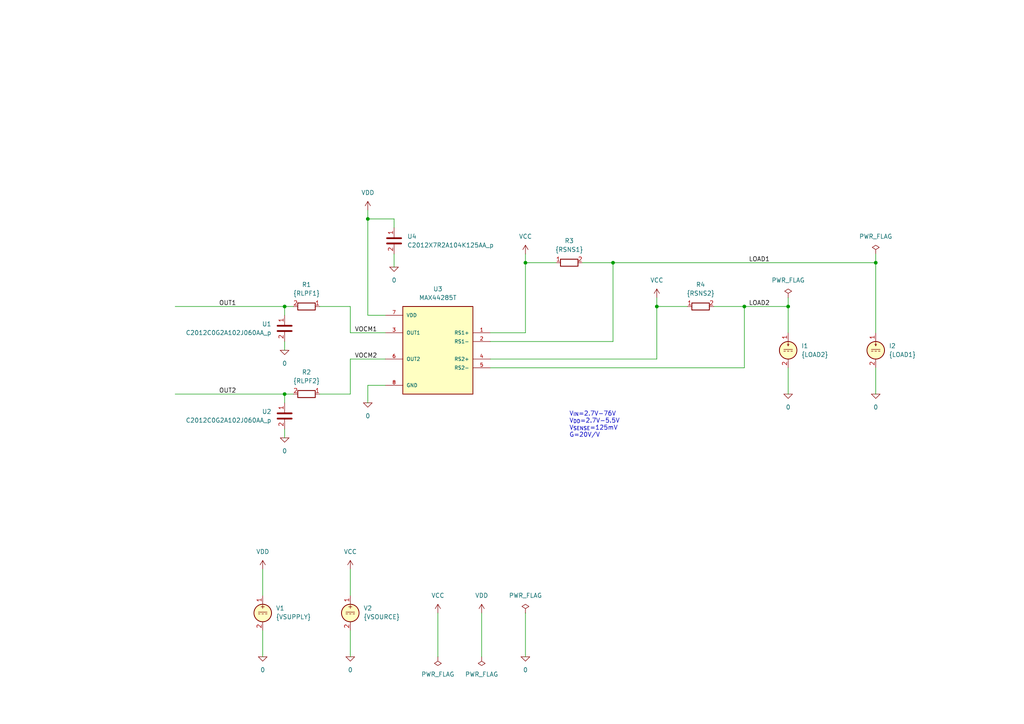
<source format=kicad_sch>
(kicad_sch
	(version 20231120)
	(generator "eeschema")
	(generator_version "8.0")
	(uuid "7802b926-a0c0-4de5-ae1f-25d27b837931")
	(paper "A4")
	(title_block
		(title "Dual channel current sense amplifier")
		(date "2024-10-22")
		(rev "4")
		(company "astroelectronic@")
		(comment 1 "-")
		(comment 2 "-")
		(comment 3 "-")
		(comment 4 "AE01001282")
	)
	(lib_symbols
		(symbol "C_1"
			(pin_names
				(offset 0.254)
			)
			(exclude_from_sim no)
			(in_bom yes)
			(on_board yes)
			(property "Reference" "C"
				(at 0.635 2.54 0)
				(effects
					(font
						(size 1.27 1.27)
					)
					(justify left)
				)
			)
			(property "Value" "C_1"
				(at 0.635 -2.54 0)
				(effects
					(font
						(size 1.27 1.27)
					)
					(justify left)
				)
			)
			(property "Footprint" ""
				(at 0.9652 -3.81 0)
				(effects
					(font
						(size 1.27 1.27)
					)
					(hide yes)
				)
			)
			(property "Datasheet" "~"
				(at 0 0 0)
				(effects
					(font
						(size 1.27 1.27)
					)
					(hide yes)
				)
			)
			(property "Description" "Unpolarized capacitor"
				(at 0 0 0)
				(effects
					(font
						(size 1.27 1.27)
					)
					(hide yes)
				)
			)
			(property "ki_keywords" "cap capacitor"
				(at 0 0 0)
				(effects
					(font
						(size 1.27 1.27)
					)
					(hide yes)
				)
			)
			(property "ki_fp_filters" "C_*"
				(at 0 0 0)
				(effects
					(font
						(size 1.27 1.27)
					)
					(hide yes)
				)
			)
			(symbol "C_1_0_1"
				(polyline
					(pts
						(xy -2.032 -0.762) (xy 2.032 -0.762)
					)
					(stroke
						(width 0.508)
						(type default)
					)
					(fill
						(type none)
					)
				)
				(polyline
					(pts
						(xy -2.032 0.762) (xy 2.032 0.762)
					)
					(stroke
						(width 0.508)
						(type default)
					)
					(fill
						(type none)
					)
				)
			)
			(symbol "C_1_1_1"
				(pin passive line
					(at 0 3.81 270)
					(length 2.794)
					(name "~"
						(effects
							(font
								(size 1.27 1.27)
							)
						)
					)
					(number "1"
						(effects
							(font
								(size 1.27 1.27)
							)
						)
					)
				)
				(pin passive line
					(at 0 -3.81 90)
					(length 2.794)
					(name "~"
						(effects
							(font
								(size 1.27 1.27)
							)
						)
					)
					(number "2"
						(effects
							(font
								(size 1.27 1.27)
							)
						)
					)
				)
			)
		)
		(symbol "C_2"
			(pin_names
				(offset 0.254)
			)
			(exclude_from_sim no)
			(in_bom yes)
			(on_board yes)
			(property "Reference" "C"
				(at 0.635 2.54 0)
				(effects
					(font
						(size 1.27 1.27)
					)
					(justify left)
				)
			)
			(property "Value" "C_2"
				(at 0.635 -2.54 0)
				(effects
					(font
						(size 1.27 1.27)
					)
					(justify left)
				)
			)
			(property "Footprint" ""
				(at 0.9652 -3.81 0)
				(effects
					(font
						(size 1.27 1.27)
					)
					(hide yes)
				)
			)
			(property "Datasheet" "~"
				(at 0 0 0)
				(effects
					(font
						(size 1.27 1.27)
					)
					(hide yes)
				)
			)
			(property "Description" "Unpolarized capacitor"
				(at 0 0 0)
				(effects
					(font
						(size 1.27 1.27)
					)
					(hide yes)
				)
			)
			(property "ki_keywords" "cap capacitor"
				(at 0 0 0)
				(effects
					(font
						(size 1.27 1.27)
					)
					(hide yes)
				)
			)
			(property "ki_fp_filters" "C_*"
				(at 0 0 0)
				(effects
					(font
						(size 1.27 1.27)
					)
					(hide yes)
				)
			)
			(symbol "C_2_0_1"
				(polyline
					(pts
						(xy -2.032 -0.762) (xy 2.032 -0.762)
					)
					(stroke
						(width 0.508)
						(type default)
					)
					(fill
						(type none)
					)
				)
				(polyline
					(pts
						(xy -2.032 0.762) (xy 2.032 0.762)
					)
					(stroke
						(width 0.508)
						(type default)
					)
					(fill
						(type none)
					)
				)
			)
			(symbol "C_2_1_1"
				(pin passive line
					(at 0 3.81 270)
					(length 2.794)
					(name "~"
						(effects
							(font
								(size 1.27 1.27)
							)
						)
					)
					(number "1"
						(effects
							(font
								(size 1.27 1.27)
							)
						)
					)
				)
				(pin passive line
					(at 0 -3.81 90)
					(length 2.794)
					(name "~"
						(effects
							(font
								(size 1.27 1.27)
							)
						)
					)
					(number "2"
						(effects
							(font
								(size 1.27 1.27)
							)
						)
					)
				)
			)
		)
		(symbol "IDC_1"
			(pin_names
				(offset 0.0254)
			)
			(exclude_from_sim no)
			(in_bom yes)
			(on_board yes)
			(property "Reference" "I"
				(at 2.54 2.54 0)
				(effects
					(font
						(size 1.27 1.27)
					)
					(justify left)
				)
			)
			(property "Value" "1"
				(at 2.54 0 0)
				(effects
					(font
						(size 1.27 1.27)
					)
					(justify left)
				)
			)
			(property "Footprint" ""
				(at 0 0 0)
				(effects
					(font
						(size 1.27 1.27)
					)
					(hide yes)
				)
			)
			(property "Datasheet" "~"
				(at 0 0 0)
				(effects
					(font
						(size 1.27 1.27)
					)
					(hide yes)
				)
			)
			(property "Description" "Current source, DC"
				(at 0 0 0)
				(effects
					(font
						(size 1.27 1.27)
					)
					(hide yes)
				)
			)
			(property "Sim.Pins" "1=+ 2=-"
				(at 0 0 0)
				(effects
					(font
						(size 1.27 1.27)
					)
					(hide yes)
				)
			)
			(property "Sim.Type" "DC"
				(at 0 0 0)
				(effects
					(font
						(size 1.27 1.27)
					)
					(hide yes)
				)
			)
			(property "Sim.Device" "I"
				(at 0 0 0)
				(effects
					(font
						(size 1.27 1.27)
					)
					(justify left)
					(hide yes)
				)
			)
			(property "Spice_Netlist_Enabled" "Y"
				(at 0 0 0)
				(effects
					(font
						(size 1.27 1.27)
					)
					(justify left)
					(hide yes)
				)
			)
			(property "ki_keywords" "simulation"
				(at 0 0 0)
				(effects
					(font
						(size 1.27 1.27)
					)
					(hide yes)
				)
			)
			(symbol "IDC_1_0_0"
				(polyline
					(pts
						(xy -1.27 0.254) (xy 1.27 0.254)
					)
					(stroke
						(width 0)
						(type default)
					)
					(fill
						(type none)
					)
				)
				(polyline
					(pts
						(xy -0.762 -0.254) (xy -1.27 -0.254)
					)
					(stroke
						(width 0)
						(type default)
					)
					(fill
						(type none)
					)
				)
				(polyline
					(pts
						(xy 0.254 -0.254) (xy -0.254 -0.254)
					)
					(stroke
						(width 0)
						(type default)
					)
					(fill
						(type none)
					)
				)
				(polyline
					(pts
						(xy 1.27 -0.254) (xy 0.762 -0.254)
					)
					(stroke
						(width 0)
						(type default)
					)
					(fill
						(type none)
					)
				)
			)
			(symbol "IDC_1_0_1"
				(polyline
					(pts
						(xy 0 1.27) (xy 0 2.286)
					)
					(stroke
						(width 0)
						(type default)
					)
					(fill
						(type none)
					)
				)
				(polyline
					(pts
						(xy -0.254 1.778) (xy 0 1.27) (xy 0.254 1.778)
					)
					(stroke
						(width 0)
						(type default)
					)
					(fill
						(type none)
					)
				)
				(circle
					(center 0 0)
					(radius 2.54)
					(stroke
						(width 0.254)
						(type default)
					)
					(fill
						(type background)
					)
				)
			)
			(symbol "IDC_1_1_1"
				(pin passive line
					(at 0 5.08 270)
					(length 2.54)
					(name "~"
						(effects
							(font
								(size 1.27 1.27)
							)
						)
					)
					(number "1"
						(effects
							(font
								(size 1.27 1.27)
							)
						)
					)
				)
				(pin passive line
					(at 0 -5.08 90)
					(length 2.54)
					(name "~"
						(effects
							(font
								(size 1.27 1.27)
							)
						)
					)
					(number "2"
						(effects
							(font
								(size 1.27 1.27)
							)
						)
					)
				)
			)
		)
		(symbol "IDC_1_1"
			(pin_names
				(offset 0.0254)
			)
			(exclude_from_sim no)
			(in_bom yes)
			(on_board yes)
			(property "Reference" "I"
				(at 2.54 2.54 0)
				(effects
					(font
						(size 1.27 1.27)
					)
					(justify left)
				)
			)
			(property "Value" "1"
				(at 2.54 0 0)
				(effects
					(font
						(size 1.27 1.27)
					)
					(justify left)
				)
			)
			(property "Footprint" ""
				(at 0 0 0)
				(effects
					(font
						(size 1.27 1.27)
					)
					(hide yes)
				)
			)
			(property "Datasheet" "~"
				(at 0 0 0)
				(effects
					(font
						(size 1.27 1.27)
					)
					(hide yes)
				)
			)
			(property "Description" "Current source, DC"
				(at 0 0 0)
				(effects
					(font
						(size 1.27 1.27)
					)
					(hide yes)
				)
			)
			(property "Sim.Pins" "1=+ 2=-"
				(at 0 0 0)
				(effects
					(font
						(size 1.27 1.27)
					)
					(hide yes)
				)
			)
			(property "Sim.Type" "DC"
				(at 0 0 0)
				(effects
					(font
						(size 1.27 1.27)
					)
					(hide yes)
				)
			)
			(property "Sim.Device" "I"
				(at 0 0 0)
				(effects
					(font
						(size 1.27 1.27)
					)
					(justify left)
					(hide yes)
				)
			)
			(property "Spice_Netlist_Enabled" "Y"
				(at 0 0 0)
				(effects
					(font
						(size 1.27 1.27)
					)
					(justify left)
					(hide yes)
				)
			)
			(property "ki_keywords" "simulation"
				(at 0 0 0)
				(effects
					(font
						(size 1.27 1.27)
					)
					(hide yes)
				)
			)
			(symbol "IDC_1_1_0_0"
				(polyline
					(pts
						(xy -1.27 0.254) (xy 1.27 0.254)
					)
					(stroke
						(width 0)
						(type default)
					)
					(fill
						(type none)
					)
				)
				(polyline
					(pts
						(xy -0.762 -0.254) (xy -1.27 -0.254)
					)
					(stroke
						(width 0)
						(type default)
					)
					(fill
						(type none)
					)
				)
				(polyline
					(pts
						(xy 0.254 -0.254) (xy -0.254 -0.254)
					)
					(stroke
						(width 0)
						(type default)
					)
					(fill
						(type none)
					)
				)
				(polyline
					(pts
						(xy 1.27 -0.254) (xy 0.762 -0.254)
					)
					(stroke
						(width 0)
						(type default)
					)
					(fill
						(type none)
					)
				)
			)
			(symbol "IDC_1_1_0_1"
				(polyline
					(pts
						(xy 0 1.27) (xy 0 2.286)
					)
					(stroke
						(width 0)
						(type default)
					)
					(fill
						(type none)
					)
				)
				(polyline
					(pts
						(xy -0.254 1.778) (xy 0 1.27) (xy 0.254 1.778)
					)
					(stroke
						(width 0)
						(type default)
					)
					(fill
						(type none)
					)
				)
				(circle
					(center 0 0)
					(radius 2.54)
					(stroke
						(width 0.254)
						(type default)
					)
					(fill
						(type background)
					)
				)
			)
			(symbol "IDC_1_1_1_1"
				(pin passive line
					(at 0 5.08 270)
					(length 2.54)
					(name "~"
						(effects
							(font
								(size 1.27 1.27)
							)
						)
					)
					(number "1"
						(effects
							(font
								(size 1.27 1.27)
							)
						)
					)
				)
				(pin passive line
					(at 0 -5.08 90)
					(length 2.54)
					(name "~"
						(effects
							(font
								(size 1.27 1.27)
							)
						)
					)
					(number "2"
						(effects
							(font
								(size 1.27 1.27)
							)
						)
					)
				)
			)
		)
		(symbol "MAX44285T:0"
			(power)
			(pin_names
				(offset 0)
			)
			(exclude_from_sim no)
			(in_bom yes)
			(on_board yes)
			(property "Reference" "#GND"
				(at 0 -2.54 0)
				(effects
					(font
						(size 1.27 1.27)
					)
					(hide yes)
				)
			)
			(property "Value" "0"
				(at 0 -1.778 0)
				(effects
					(font
						(size 1.27 1.27)
					)
				)
			)
			(property "Footprint" ""
				(at 0 0 0)
				(effects
					(font
						(size 1.27 1.27)
					)
					(hide yes)
				)
			)
			(property "Datasheet" "~"
				(at 0 0 0)
				(effects
					(font
						(size 1.27 1.27)
					)
					(hide yes)
				)
			)
			(property "Description" "0V reference potential for simulation"
				(at 0 0 0)
				(effects
					(font
						(size 1.27 1.27)
					)
					(hide yes)
				)
			)
			(property "ki_keywords" "simulation"
				(at 0 0 0)
				(effects
					(font
						(size 1.27 1.27)
					)
					(hide yes)
				)
			)
			(symbol "0_0_1"
				(polyline
					(pts
						(xy -1.27 0) (xy 0 -1.27) (xy 1.27 0) (xy -1.27 0)
					)
					(stroke
						(width 0)
						(type default)
					)
					(fill
						(type none)
					)
				)
			)
			(symbol "0_1_1"
				(pin power_in line
					(at 0 0 0)
					(length 0) hide
					(name "0"
						(effects
							(font
								(size 1.016 1.016)
							)
						)
					)
					(number "1"
						(effects
							(font
								(size 1.016 1.016)
							)
						)
					)
				)
			)
		)
		(symbol "MAX44285T:C"
			(pin_names
				(offset 0.254)
			)
			(exclude_from_sim no)
			(in_bom yes)
			(on_board yes)
			(property "Reference" "C"
				(at 0.635 2.54 0)
				(effects
					(font
						(size 1.27 1.27)
					)
					(justify left)
				)
			)
			(property "Value" "C"
				(at 0.635 -2.54 0)
				(effects
					(font
						(size 1.27 1.27)
					)
					(justify left)
				)
			)
			(property "Footprint" ""
				(at 0.9652 -3.81 0)
				(effects
					(font
						(size 1.27 1.27)
					)
					(hide yes)
				)
			)
			(property "Datasheet" "~"
				(at 0 0 0)
				(effects
					(font
						(size 1.27 1.27)
					)
					(hide yes)
				)
			)
			(property "Description" "Unpolarized capacitor"
				(at 0 0 0)
				(effects
					(font
						(size 1.27 1.27)
					)
					(hide yes)
				)
			)
			(property "ki_keywords" "cap capacitor"
				(at 0 0 0)
				(effects
					(font
						(size 1.27 1.27)
					)
					(hide yes)
				)
			)
			(property "ki_fp_filters" "C_*"
				(at 0 0 0)
				(effects
					(font
						(size 1.27 1.27)
					)
					(hide yes)
				)
			)
			(symbol "C_0_1"
				(polyline
					(pts
						(xy -2.032 -0.762) (xy 2.032 -0.762)
					)
					(stroke
						(width 0.508)
						(type default)
					)
					(fill
						(type none)
					)
				)
				(polyline
					(pts
						(xy -2.032 0.762) (xy 2.032 0.762)
					)
					(stroke
						(width 0.508)
						(type default)
					)
					(fill
						(type none)
					)
				)
			)
			(symbol "C_1_1"
				(pin passive line
					(at 0 3.81 270)
					(length 2.794)
					(name "~"
						(effects
							(font
								(size 1.27 1.27)
							)
						)
					)
					(number "1"
						(effects
							(font
								(size 1.27 1.27)
							)
						)
					)
				)
				(pin passive line
					(at 0 -3.81 90)
					(length 2.794)
					(name "~"
						(effects
							(font
								(size 1.27 1.27)
							)
						)
					)
					(number "2"
						(effects
							(font
								(size 1.27 1.27)
							)
						)
					)
				)
			)
		)
		(symbol "MAX44285T:IDC"
			(pin_names
				(offset 0.0254)
			)
			(exclude_from_sim no)
			(in_bom yes)
			(on_board yes)
			(property "Reference" "I"
				(at 2.54 2.54 0)
				(effects
					(font
						(size 1.27 1.27)
					)
					(justify left)
				)
			)
			(property "Value" "1"
				(at 2.54 0 0)
				(effects
					(font
						(size 1.27 1.27)
					)
					(justify left)
				)
			)
			(property "Footprint" ""
				(at 0 0 0)
				(effects
					(font
						(size 1.27 1.27)
					)
					(hide yes)
				)
			)
			(property "Datasheet" "~"
				(at 0 0 0)
				(effects
					(font
						(size 1.27 1.27)
					)
					(hide yes)
				)
			)
			(property "Description" "Current source, DC"
				(at 0 0 0)
				(effects
					(font
						(size 1.27 1.27)
					)
					(hide yes)
				)
			)
			(property "Sim.Pins" "1=+ 2=-"
				(at 0 0 0)
				(effects
					(font
						(size 1.27 1.27)
					)
					(hide yes)
				)
			)
			(property "Sim.Type" "DC"
				(at 0 0 0)
				(effects
					(font
						(size 1.27 1.27)
					)
					(hide yes)
				)
			)
			(property "Sim.Device" "I"
				(at 0 0 0)
				(effects
					(font
						(size 1.27 1.27)
					)
					(justify left)
					(hide yes)
				)
			)
			(property "Spice_Netlist_Enabled" "Y"
				(at 0 0 0)
				(effects
					(font
						(size 1.27 1.27)
					)
					(justify left)
					(hide yes)
				)
			)
			(property "ki_keywords" "simulation"
				(at 0 0 0)
				(effects
					(font
						(size 1.27 1.27)
					)
					(hide yes)
				)
			)
			(symbol "IDC_0_0"
				(polyline
					(pts
						(xy -1.27 0.254) (xy 1.27 0.254)
					)
					(stroke
						(width 0)
						(type default)
					)
					(fill
						(type none)
					)
				)
				(polyline
					(pts
						(xy -0.762 -0.254) (xy -1.27 -0.254)
					)
					(stroke
						(width 0)
						(type default)
					)
					(fill
						(type none)
					)
				)
				(polyline
					(pts
						(xy 0.254 -0.254) (xy -0.254 -0.254)
					)
					(stroke
						(width 0)
						(type default)
					)
					(fill
						(type none)
					)
				)
				(polyline
					(pts
						(xy 1.27 -0.254) (xy 0.762 -0.254)
					)
					(stroke
						(width 0)
						(type default)
					)
					(fill
						(type none)
					)
				)
			)
			(symbol "IDC_0_1"
				(polyline
					(pts
						(xy 0 1.27) (xy 0 2.286)
					)
					(stroke
						(width 0)
						(type default)
					)
					(fill
						(type none)
					)
				)
				(polyline
					(pts
						(xy -0.254 1.778) (xy 0 1.27) (xy 0.254 1.778)
					)
					(stroke
						(width 0)
						(type default)
					)
					(fill
						(type none)
					)
				)
				(circle
					(center 0 0)
					(radius 2.54)
					(stroke
						(width 0.254)
						(type default)
					)
					(fill
						(type background)
					)
				)
			)
			(symbol "IDC_1_1"
				(pin passive line
					(at 0 5.08 270)
					(length 2.54)
					(name "~"
						(effects
							(font
								(size 1.27 1.27)
							)
						)
					)
					(number "1"
						(effects
							(font
								(size 1.27 1.27)
							)
						)
					)
				)
				(pin passive line
					(at 0 -5.08 90)
					(length 2.54)
					(name "~"
						(effects
							(font
								(size 1.27 1.27)
							)
						)
					)
					(number "2"
						(effects
							(font
								(size 1.27 1.27)
							)
						)
					)
				)
			)
		)
		(symbol "MAX44285T:MAX44285T"
			(pin_names
				(offset 1.016)
			)
			(exclude_from_sim no)
			(in_bom yes)
			(on_board yes)
			(property "Reference" "U"
				(at -10.16 13.7 0)
				(effects
					(font
						(size 1.27 1.27)
					)
					(justify left bottom)
				)
			)
			(property "Value" "MAX44285T"
				(at -10.16 -16.7 0)
				(effects
					(font
						(size 1.27 1.27)
					)
					(justify left bottom)
				)
			)
			(property "Footprint" "Housings_SSOP:MSOP-8_3x3mm_Pitch0.65mm"
				(at 0 0 0)
				(effects
					(font
						(size 1.27 1.27)
					)
					(justify bottom)
					(hide yes)
				)
			)
			(property "Datasheet" "https://www.analog.com/media/en/technical-documentation/data-sheets/max44285.pdf"
				(at 0 0 0)
				(effects
					(font
						(size 1.27 1.27)
					)
					(hide yes)
				)
			)
			(property "Description" ""
				(at 0 0 0)
				(effects
					(font
						(size 1.27 1.27)
					)
					(hide yes)
				)
			)
			(symbol "MAX44285T_0_0"
				(rectangle
					(start -10.16 -12.7)
					(end 10.16 12.7)
					(stroke
						(width 0.254)
						(type default)
					)
					(fill
						(type background)
					)
				)
				(pin passive line
					(at -15.24 5.08 0)
					(length 5.08)
					(name "RS1+"
						(effects
							(font
								(size 1.016 1.016)
							)
						)
					)
					(number "1"
						(effects
							(font
								(size 1.016 1.016)
							)
						)
					)
				)
				(pin passive line
					(at -15.24 2.54 0)
					(length 5.08)
					(name "RS1-"
						(effects
							(font
								(size 1.016 1.016)
							)
						)
					)
					(number "2"
						(effects
							(font
								(size 1.016 1.016)
							)
						)
					)
				)
				(pin passive line
					(at 15.24 5.08 180)
					(length 5.08)
					(name "OUT1"
						(effects
							(font
								(size 1.016 1.016)
							)
						)
					)
					(number "3"
						(effects
							(font
								(size 1.016 1.016)
							)
						)
					)
				)
				(pin passive line
					(at -15.24 -2.54 0)
					(length 5.08)
					(name "RS2+"
						(effects
							(font
								(size 1.016 1.016)
							)
						)
					)
					(number "4"
						(effects
							(font
								(size 1.016 1.016)
							)
						)
					)
				)
				(pin passive line
					(at -15.24 -5.08 0)
					(length 5.08)
					(name "RS2-"
						(effects
							(font
								(size 1.016 1.016)
							)
						)
					)
					(number "5"
						(effects
							(font
								(size 1.016 1.016)
							)
						)
					)
				)
				(pin passive line
					(at 15.24 -2.54 180)
					(length 5.08)
					(name "OUT2"
						(effects
							(font
								(size 1.016 1.016)
							)
						)
					)
					(number "6"
						(effects
							(font
								(size 1.016 1.016)
							)
						)
					)
				)
				(pin passive line
					(at 15.24 10.16 180)
					(length 5.08)
					(name "VDD"
						(effects
							(font
								(size 1.016 1.016)
							)
						)
					)
					(number "7"
						(effects
							(font
								(size 1.016 1.016)
							)
						)
					)
				)
				(pin passive line
					(at 15.24 -10.16 180)
					(length 5.08)
					(name "GND"
						(effects
							(font
								(size 1.016 1.016)
							)
						)
					)
					(number "8"
						(effects
							(font
								(size 1.016 1.016)
							)
						)
					)
				)
			)
		)
		(symbol "MAX44285T:PWR_FLAG"
			(power)
			(pin_numbers hide)
			(pin_names
				(offset 0) hide)
			(exclude_from_sim no)
			(in_bom yes)
			(on_board yes)
			(property "Reference" "#FLG"
				(at 0 1.905 0)
				(effects
					(font
						(size 1.27 1.27)
					)
					(hide yes)
				)
			)
			(property "Value" "PWR_FLAG"
				(at 0 3.81 0)
				(effects
					(font
						(size 1.27 1.27)
					)
				)
			)
			(property "Footprint" ""
				(at 0 0 0)
				(effects
					(font
						(size 1.27 1.27)
					)
					(hide yes)
				)
			)
			(property "Datasheet" "~"
				(at 0 0 0)
				(effects
					(font
						(size 1.27 1.27)
					)
					(hide yes)
				)
			)
			(property "Description" "Special symbol for telling ERC where power comes from"
				(at 0 0 0)
				(effects
					(font
						(size 1.27 1.27)
					)
					(hide yes)
				)
			)
			(property "ki_keywords" "flag power"
				(at 0 0 0)
				(effects
					(font
						(size 1.27 1.27)
					)
					(hide yes)
				)
			)
			(symbol "PWR_FLAG_0_0"
				(pin power_out line
					(at 0 0 90)
					(length 0)
					(name "pwr"
						(effects
							(font
								(size 1.27 1.27)
							)
						)
					)
					(number "1"
						(effects
							(font
								(size 1.27 1.27)
							)
						)
					)
				)
			)
			(symbol "PWR_FLAG_0_1"
				(polyline
					(pts
						(xy 0 0) (xy 0 1.27) (xy -1.016 1.905) (xy 0 2.54) (xy 1.016 1.905) (xy 0 1.27)
					)
					(stroke
						(width 0)
						(type default)
					)
					(fill
						(type none)
					)
				)
			)
		)
		(symbol "MAX44285T:R"
			(pin_names
				(offset 0)
			)
			(exclude_from_sim no)
			(in_bom yes)
			(on_board yes)
			(property "Reference" "R"
				(at 2.032 0 90)
				(effects
					(font
						(size 1.27 1.27)
					)
				)
			)
			(property "Value" "R"
				(at 0 0 90)
				(effects
					(font
						(size 1.27 1.27)
					)
				)
			)
			(property "Footprint" ""
				(at -1.778 0 90)
				(effects
					(font
						(size 1.27 1.27)
					)
					(hide yes)
				)
			)
			(property "Datasheet" "~"
				(at 0 0 0)
				(effects
					(font
						(size 1.27 1.27)
					)
					(hide yes)
				)
			)
			(property "Description" "Resistor"
				(at 0 0 0)
				(effects
					(font
						(size 1.27 1.27)
					)
					(hide yes)
				)
			)
			(property "ki_keywords" "R res resistor"
				(at 0 0 0)
				(effects
					(font
						(size 1.27 1.27)
					)
					(hide yes)
				)
			)
			(property "ki_fp_filters" "R_*"
				(at 0 0 0)
				(effects
					(font
						(size 1.27 1.27)
					)
					(hide yes)
				)
			)
			(symbol "R_0_1"
				(rectangle
					(start -1.016 -2.54)
					(end 1.016 2.54)
					(stroke
						(width 0.254)
						(type default)
					)
					(fill
						(type none)
					)
				)
			)
			(symbol "R_1_1"
				(pin passive line
					(at 0 3.81 270)
					(length 1.27)
					(name "~"
						(effects
							(font
								(size 1.27 1.27)
							)
						)
					)
					(number "1"
						(effects
							(font
								(size 1.27 1.27)
							)
						)
					)
				)
				(pin passive line
					(at 0 -3.81 90)
					(length 1.27)
					(name "~"
						(effects
							(font
								(size 1.27 1.27)
							)
						)
					)
					(number "2"
						(effects
							(font
								(size 1.27 1.27)
							)
						)
					)
				)
			)
		)
		(symbol "MAX44285T:VCC"
			(power)
			(pin_names
				(offset 0)
			)
			(exclude_from_sim no)
			(in_bom yes)
			(on_board yes)
			(property "Reference" "#PWR"
				(at 0 -3.81 0)
				(effects
					(font
						(size 1.27 1.27)
					)
					(hide yes)
				)
			)
			(property "Value" "VCC"
				(at 0 3.81 0)
				(effects
					(font
						(size 1.27 1.27)
					)
				)
			)
			(property "Footprint" ""
				(at 0 0 0)
				(effects
					(font
						(size 1.27 1.27)
					)
					(hide yes)
				)
			)
			(property "Datasheet" ""
				(at 0 0 0)
				(effects
					(font
						(size 1.27 1.27)
					)
					(hide yes)
				)
			)
			(property "Description" "Power symbol creates a global label with name \"VCC\""
				(at 0 0 0)
				(effects
					(font
						(size 1.27 1.27)
					)
					(hide yes)
				)
			)
			(property "ki_keywords" "global power"
				(at 0 0 0)
				(effects
					(font
						(size 1.27 1.27)
					)
					(hide yes)
				)
			)
			(symbol "VCC_0_1"
				(polyline
					(pts
						(xy -0.762 1.27) (xy 0 2.54)
					)
					(stroke
						(width 0)
						(type default)
					)
					(fill
						(type none)
					)
				)
				(polyline
					(pts
						(xy 0 0) (xy 0 2.54)
					)
					(stroke
						(width 0)
						(type default)
					)
					(fill
						(type none)
					)
				)
				(polyline
					(pts
						(xy 0 2.54) (xy 0.762 1.27)
					)
					(stroke
						(width 0)
						(type default)
					)
					(fill
						(type none)
					)
				)
			)
			(symbol "VCC_1_1"
				(pin power_in line
					(at 0 0 90)
					(length 0) hide
					(name "VCC"
						(effects
							(font
								(size 1.27 1.27)
							)
						)
					)
					(number "1"
						(effects
							(font
								(size 1.27 1.27)
							)
						)
					)
				)
			)
		)
		(symbol "MAX44285T:VDC"
			(pin_names
				(offset 0.0254)
			)
			(exclude_from_sim no)
			(in_bom yes)
			(on_board yes)
			(property "Reference" "V"
				(at 2.54 2.54 0)
				(effects
					(font
						(size 1.27 1.27)
					)
					(justify left)
				)
			)
			(property "Value" "1"
				(at 2.54 0 0)
				(effects
					(font
						(size 1.27 1.27)
					)
					(justify left)
				)
			)
			(property "Footprint" ""
				(at 0 0 0)
				(effects
					(font
						(size 1.27 1.27)
					)
					(hide yes)
				)
			)
			(property "Datasheet" "~"
				(at 0 0 0)
				(effects
					(font
						(size 1.27 1.27)
					)
					(hide yes)
				)
			)
			(property "Description" "Voltage source, DC"
				(at 0 0 0)
				(effects
					(font
						(size 1.27 1.27)
					)
					(hide yes)
				)
			)
			(property "Sim.Pins" "1=+ 2=-"
				(at 0 0 0)
				(effects
					(font
						(size 1.27 1.27)
					)
					(hide yes)
				)
			)
			(property "Sim.Type" "DC"
				(at 0 0 0)
				(effects
					(font
						(size 1.27 1.27)
					)
					(hide yes)
				)
			)
			(property "Sim.Device" "V"
				(at 0 0 0)
				(effects
					(font
						(size 1.27 1.27)
					)
					(justify left)
					(hide yes)
				)
			)
			(property "Spice_Netlist_Enabled" "Y"
				(at 0 0 0)
				(effects
					(font
						(size 1.27 1.27)
					)
					(justify left)
					(hide yes)
				)
			)
			(property "ki_keywords" "simulation"
				(at 0 0 0)
				(effects
					(font
						(size 1.27 1.27)
					)
					(hide yes)
				)
			)
			(symbol "VDC_0_0"
				(polyline
					(pts
						(xy -1.27 0.254) (xy 1.27 0.254)
					)
					(stroke
						(width 0)
						(type default)
					)
					(fill
						(type none)
					)
				)
				(polyline
					(pts
						(xy -0.762 -0.254) (xy -1.27 -0.254)
					)
					(stroke
						(width 0)
						(type default)
					)
					(fill
						(type none)
					)
				)
				(polyline
					(pts
						(xy 0.254 -0.254) (xy -0.254 -0.254)
					)
					(stroke
						(width 0)
						(type default)
					)
					(fill
						(type none)
					)
				)
				(polyline
					(pts
						(xy 1.27 -0.254) (xy 0.762 -0.254)
					)
					(stroke
						(width 0)
						(type default)
					)
					(fill
						(type none)
					)
				)
				(text "+"
					(at 0 1.905 0)
					(effects
						(font
							(size 1.27 1.27)
						)
					)
				)
			)
			(symbol "VDC_0_1"
				(circle
					(center 0 0)
					(radius 2.54)
					(stroke
						(width 0.254)
						(type default)
					)
					(fill
						(type background)
					)
				)
			)
			(symbol "VDC_1_1"
				(pin passive line
					(at 0 5.08 270)
					(length 2.54)
					(name "~"
						(effects
							(font
								(size 1.27 1.27)
							)
						)
					)
					(number "1"
						(effects
							(font
								(size 1.27 1.27)
							)
						)
					)
				)
				(pin passive line
					(at 0 -5.08 90)
					(length 2.54)
					(name "~"
						(effects
							(font
								(size 1.27 1.27)
							)
						)
					)
					(number "2"
						(effects
							(font
								(size 1.27 1.27)
							)
						)
					)
				)
			)
		)
		(symbol "MAX44285T:VDD"
			(power)
			(pin_names
				(offset 0)
			)
			(exclude_from_sim no)
			(in_bom yes)
			(on_board yes)
			(property "Reference" "#PWR"
				(at 0 -3.81 0)
				(effects
					(font
						(size 1.27 1.27)
					)
					(hide yes)
				)
			)
			(property "Value" "VDD"
				(at 0 3.81 0)
				(effects
					(font
						(size 1.27 1.27)
					)
				)
			)
			(property "Footprint" ""
				(at 0 0 0)
				(effects
					(font
						(size 1.27 1.27)
					)
					(hide yes)
				)
			)
			(property "Datasheet" ""
				(at 0 0 0)
				(effects
					(font
						(size 1.27 1.27)
					)
					(hide yes)
				)
			)
			(property "Description" "Power symbol creates a global label with name \"VDD\""
				(at 0 0 0)
				(effects
					(font
						(size 1.27 1.27)
					)
					(hide yes)
				)
			)
			(property "ki_keywords" "global power"
				(at 0 0 0)
				(effects
					(font
						(size 1.27 1.27)
					)
					(hide yes)
				)
			)
			(symbol "VDD_0_1"
				(polyline
					(pts
						(xy -0.762 1.27) (xy 0 2.54)
					)
					(stroke
						(width 0)
						(type default)
					)
					(fill
						(type none)
					)
				)
				(polyline
					(pts
						(xy 0 0) (xy 0 2.54)
					)
					(stroke
						(width 0)
						(type default)
					)
					(fill
						(type none)
					)
				)
				(polyline
					(pts
						(xy 0 2.54) (xy 0.762 1.27)
					)
					(stroke
						(width 0)
						(type default)
					)
					(fill
						(type none)
					)
				)
			)
			(symbol "VDD_1_1"
				(pin power_in line
					(at 0 0 90)
					(length 0) hide
					(name "VDD"
						(effects
							(font
								(size 1.27 1.27)
							)
						)
					)
					(number "1"
						(effects
							(font
								(size 1.27 1.27)
							)
						)
					)
				)
			)
		)
		(symbol "R_1"
			(pin_names
				(offset 0)
			)
			(exclude_from_sim no)
			(in_bom yes)
			(on_board yes)
			(property "Reference" "R"
				(at 2.032 0 90)
				(effects
					(font
						(size 1.27 1.27)
					)
				)
			)
			(property "Value" "R_1"
				(at 0 0 90)
				(effects
					(font
						(size 1.27 1.27)
					)
				)
			)
			(property "Footprint" ""
				(at -1.778 0 90)
				(effects
					(font
						(size 1.27 1.27)
					)
					(hide yes)
				)
			)
			(property "Datasheet" "~"
				(at 0 0 0)
				(effects
					(font
						(size 1.27 1.27)
					)
					(hide yes)
				)
			)
			(property "Description" "Resistor"
				(at 0 0 0)
				(effects
					(font
						(size 1.27 1.27)
					)
					(hide yes)
				)
			)
			(property "ki_keywords" "R res resistor"
				(at 0 0 0)
				(effects
					(font
						(size 1.27 1.27)
					)
					(hide yes)
				)
			)
			(property "ki_fp_filters" "R_*"
				(at 0 0 0)
				(effects
					(font
						(size 1.27 1.27)
					)
					(hide yes)
				)
			)
			(symbol "R_1_0_1"
				(rectangle
					(start -1.016 -2.54)
					(end 1.016 2.54)
					(stroke
						(width 0.254)
						(type default)
					)
					(fill
						(type none)
					)
				)
			)
			(symbol "R_1_1_1"
				(pin passive line
					(at 0 3.81 270)
					(length 1.27)
					(name "~"
						(effects
							(font
								(size 1.27 1.27)
							)
						)
					)
					(number "1"
						(effects
							(font
								(size 1.27 1.27)
							)
						)
					)
				)
				(pin passive line
					(at 0 -3.81 90)
					(length 1.27)
					(name "~"
						(effects
							(font
								(size 1.27 1.27)
							)
						)
					)
					(number "2"
						(effects
							(font
								(size 1.27 1.27)
							)
						)
					)
				)
			)
		)
		(symbol "R_2"
			(pin_names
				(offset 0)
			)
			(exclude_from_sim no)
			(in_bom yes)
			(on_board yes)
			(property "Reference" "R"
				(at 2.032 0 90)
				(effects
					(font
						(size 1.27 1.27)
					)
				)
			)
			(property "Value" "R_2"
				(at 0 0 90)
				(effects
					(font
						(size 1.27 1.27)
					)
				)
			)
			(property "Footprint" ""
				(at -1.778 0 90)
				(effects
					(font
						(size 1.27 1.27)
					)
					(hide yes)
				)
			)
			(property "Datasheet" "~"
				(at 0 0 0)
				(effects
					(font
						(size 1.27 1.27)
					)
					(hide yes)
				)
			)
			(property "Description" "Resistor"
				(at 0 0 0)
				(effects
					(font
						(size 1.27 1.27)
					)
					(hide yes)
				)
			)
			(property "ki_keywords" "R res resistor"
				(at 0 0 0)
				(effects
					(font
						(size 1.27 1.27)
					)
					(hide yes)
				)
			)
			(property "ki_fp_filters" "R_*"
				(at 0 0 0)
				(effects
					(font
						(size 1.27 1.27)
					)
					(hide yes)
				)
			)
			(symbol "R_2_0_1"
				(rectangle
					(start -1.016 -2.54)
					(end 1.016 2.54)
					(stroke
						(width 0.254)
						(type default)
					)
					(fill
						(type none)
					)
				)
			)
			(symbol "R_2_1_1"
				(pin passive line
					(at 0 3.81 270)
					(length 1.27)
					(name "~"
						(effects
							(font
								(size 1.27 1.27)
							)
						)
					)
					(number "1"
						(effects
							(font
								(size 1.27 1.27)
							)
						)
					)
				)
				(pin passive line
					(at 0 -3.81 90)
					(length 1.27)
					(name "~"
						(effects
							(font
								(size 1.27 1.27)
							)
						)
					)
					(number "2"
						(effects
							(font
								(size 1.27 1.27)
							)
						)
					)
				)
			)
		)
		(symbol "R_3"
			(pin_names
				(offset 0)
			)
			(exclude_from_sim no)
			(in_bom yes)
			(on_board yes)
			(property "Reference" "R"
				(at 2.032 0 90)
				(effects
					(font
						(size 1.27 1.27)
					)
				)
			)
			(property "Value" "R_3"
				(at 0 0 90)
				(effects
					(font
						(size 1.27 1.27)
					)
				)
			)
			(property "Footprint" ""
				(at -1.778 0 90)
				(effects
					(font
						(size 1.27 1.27)
					)
					(hide yes)
				)
			)
			(property "Datasheet" "~"
				(at 0 0 0)
				(effects
					(font
						(size 1.27 1.27)
					)
					(hide yes)
				)
			)
			(property "Description" "Resistor"
				(at 0 0 0)
				(effects
					(font
						(size 1.27 1.27)
					)
					(hide yes)
				)
			)
			(property "ki_keywords" "R res resistor"
				(at 0 0 0)
				(effects
					(font
						(size 1.27 1.27)
					)
					(hide yes)
				)
			)
			(property "ki_fp_filters" "R_*"
				(at 0 0 0)
				(effects
					(font
						(size 1.27 1.27)
					)
					(hide yes)
				)
			)
			(symbol "R_3_0_1"
				(rectangle
					(start -1.016 -2.54)
					(end 1.016 2.54)
					(stroke
						(width 0.254)
						(type default)
					)
					(fill
						(type none)
					)
				)
			)
			(symbol "R_3_1_1"
				(pin passive line
					(at 0 3.81 270)
					(length 1.27)
					(name "~"
						(effects
							(font
								(size 1.27 1.27)
							)
						)
					)
					(number "1"
						(effects
							(font
								(size 1.27 1.27)
							)
						)
					)
				)
				(pin passive line
					(at 0 -3.81 90)
					(length 1.27)
					(name "~"
						(effects
							(font
								(size 1.27 1.27)
							)
						)
					)
					(number "2"
						(effects
							(font
								(size 1.27 1.27)
							)
						)
					)
				)
			)
		)
		(symbol "VDC_1"
			(pin_names
				(offset 0.0254)
			)
			(exclude_from_sim no)
			(in_bom yes)
			(on_board yes)
			(property "Reference" "V"
				(at 2.54 2.54 0)
				(effects
					(font
						(size 1.27 1.27)
					)
					(justify left)
				)
			)
			(property "Value" "1"
				(at 2.54 0 0)
				(effects
					(font
						(size 1.27 1.27)
					)
					(justify left)
				)
			)
			(property "Footprint" ""
				(at 0 0 0)
				(effects
					(font
						(size 1.27 1.27)
					)
					(hide yes)
				)
			)
			(property "Datasheet" "~"
				(at 0 0 0)
				(effects
					(font
						(size 1.27 1.27)
					)
					(hide yes)
				)
			)
			(property "Description" "Voltage source, DC"
				(at 0 0 0)
				(effects
					(font
						(size 1.27 1.27)
					)
					(hide yes)
				)
			)
			(property "Sim.Pins" "1=+ 2=-"
				(at 0 0 0)
				(effects
					(font
						(size 1.27 1.27)
					)
					(hide yes)
				)
			)
			(property "Sim.Type" "DC"
				(at 0 0 0)
				(effects
					(font
						(size 1.27 1.27)
					)
					(hide yes)
				)
			)
			(property "Sim.Device" "V"
				(at 0 0 0)
				(effects
					(font
						(size 1.27 1.27)
					)
					(justify left)
					(hide yes)
				)
			)
			(property "Spice_Netlist_Enabled" "Y"
				(at 0 0 0)
				(effects
					(font
						(size 1.27 1.27)
					)
					(justify left)
					(hide yes)
				)
			)
			(property "ki_keywords" "simulation"
				(at 0 0 0)
				(effects
					(font
						(size 1.27 1.27)
					)
					(hide yes)
				)
			)
			(symbol "VDC_1_0_0"
				(polyline
					(pts
						(xy -1.27 0.254) (xy 1.27 0.254)
					)
					(stroke
						(width 0)
						(type default)
					)
					(fill
						(type none)
					)
				)
				(polyline
					(pts
						(xy -0.762 -0.254) (xy -1.27 -0.254)
					)
					(stroke
						(width 0)
						(type default)
					)
					(fill
						(type none)
					)
				)
				(polyline
					(pts
						(xy 0.254 -0.254) (xy -0.254 -0.254)
					)
					(stroke
						(width 0)
						(type default)
					)
					(fill
						(type none)
					)
				)
				(polyline
					(pts
						(xy 1.27 -0.254) (xy 0.762 -0.254)
					)
					(stroke
						(width 0)
						(type default)
					)
					(fill
						(type none)
					)
				)
				(text "+"
					(at 0 1.905 0)
					(effects
						(font
							(size 1.27 1.27)
						)
					)
				)
			)
			(symbol "VDC_1_0_1"
				(circle
					(center 0 0)
					(radius 2.54)
					(stroke
						(width 0.254)
						(type default)
					)
					(fill
						(type background)
					)
				)
			)
			(symbol "VDC_1_1_1"
				(pin passive line
					(at 0 5.08 270)
					(length 2.54)
					(name "~"
						(effects
							(font
								(size 1.27 1.27)
							)
						)
					)
					(number "1"
						(effects
							(font
								(size 1.27 1.27)
							)
						)
					)
				)
				(pin passive line
					(at 0 -5.08 90)
					(length 2.54)
					(name "~"
						(effects
							(font
								(size 1.27 1.27)
							)
						)
					)
					(number "2"
						(effects
							(font
								(size 1.27 1.27)
							)
						)
					)
				)
			)
		)
		(symbol "VDC_1_1"
			(pin_names
				(offset 0.0254)
			)
			(exclude_from_sim no)
			(in_bom yes)
			(on_board yes)
			(property "Reference" "V"
				(at 2.54 2.54 0)
				(effects
					(font
						(size 1.27 1.27)
					)
					(justify left)
				)
			)
			(property "Value" "1"
				(at 2.54 0 0)
				(effects
					(font
						(size 1.27 1.27)
					)
					(justify left)
				)
			)
			(property "Footprint" ""
				(at 0 0 0)
				(effects
					(font
						(size 1.27 1.27)
					)
					(hide yes)
				)
			)
			(property "Datasheet" "~"
				(at 0 0 0)
				(effects
					(font
						(size 1.27 1.27)
					)
					(hide yes)
				)
			)
			(property "Description" "Voltage source, DC"
				(at 0 0 0)
				(effects
					(font
						(size 1.27 1.27)
					)
					(hide yes)
				)
			)
			(property "Sim.Pins" "1=+ 2=-"
				(at 0 0 0)
				(effects
					(font
						(size 1.27 1.27)
					)
					(hide yes)
				)
			)
			(property "Sim.Type" "DC"
				(at 0 0 0)
				(effects
					(font
						(size 1.27 1.27)
					)
					(hide yes)
				)
			)
			(property "Sim.Device" "V"
				(at 0 0 0)
				(effects
					(font
						(size 1.27 1.27)
					)
					(justify left)
					(hide yes)
				)
			)
			(property "Spice_Netlist_Enabled" "Y"
				(at 0 0 0)
				(effects
					(font
						(size 1.27 1.27)
					)
					(justify left)
					(hide yes)
				)
			)
			(property "ki_keywords" "simulation"
				(at 0 0 0)
				(effects
					(font
						(size 1.27 1.27)
					)
					(hide yes)
				)
			)
			(symbol "VDC_1_1_0_0"
				(polyline
					(pts
						(xy -1.27 0.254) (xy 1.27 0.254)
					)
					(stroke
						(width 0)
						(type default)
					)
					(fill
						(type none)
					)
				)
				(polyline
					(pts
						(xy -0.762 -0.254) (xy -1.27 -0.254)
					)
					(stroke
						(width 0)
						(type default)
					)
					(fill
						(type none)
					)
				)
				(polyline
					(pts
						(xy 0.254 -0.254) (xy -0.254 -0.254)
					)
					(stroke
						(width 0)
						(type default)
					)
					(fill
						(type none)
					)
				)
				(polyline
					(pts
						(xy 1.27 -0.254) (xy 0.762 -0.254)
					)
					(stroke
						(width 0)
						(type default)
					)
					(fill
						(type none)
					)
				)
				(text "+"
					(at 0 1.905 0)
					(effects
						(font
							(size 1.27 1.27)
						)
					)
				)
			)
			(symbol "VDC_1_1_0_1"
				(circle
					(center 0 0)
					(radius 2.54)
					(stroke
						(width 0.254)
						(type default)
					)
					(fill
						(type background)
					)
				)
			)
			(symbol "VDC_1_1_1_1"
				(pin passive line
					(at 0 5.08 270)
					(length 2.54)
					(name "~"
						(effects
							(font
								(size 1.27 1.27)
							)
						)
					)
					(number "1"
						(effects
							(font
								(size 1.27 1.27)
							)
						)
					)
				)
				(pin passive line
					(at 0 -5.08 90)
					(length 2.54)
					(name "~"
						(effects
							(font
								(size 1.27 1.27)
							)
						)
					)
					(number "2"
						(effects
							(font
								(size 1.27 1.27)
							)
						)
					)
				)
			)
		)
	)
	(junction
		(at 106.68 63.5)
		(diameter 0)
		(color 0 0 0 0)
		(uuid "249fc5fa-2b0a-44d3-8614-956ff48c5ef5")
	)
	(junction
		(at 82.55 88.9)
		(diameter 0)
		(color 0 0 0 0)
		(uuid "35289735-52d2-4899-a0e6-a277647873fa")
	)
	(junction
		(at 177.8 76.2)
		(diameter 0)
		(color 0 0 0 0)
		(uuid "4088406d-c750-4be5-a2a1-e467ec225dc2")
	)
	(junction
		(at 215.9 88.9)
		(diameter 0)
		(color 0 0 0 0)
		(uuid "67ff6146-cff3-4e69-9c53-6ccd28d07329")
	)
	(junction
		(at 82.55 114.3)
		(diameter 0)
		(color 0 0 0 0)
		(uuid "9b40e0ee-c5df-4ca1-8e0e-8cc173ab9f48")
	)
	(junction
		(at 228.6 88.9)
		(diameter 0)
		(color 0 0 0 0)
		(uuid "ab35aac0-af3b-4416-9891-d5a3774eca84")
	)
	(junction
		(at 152.4 76.2)
		(diameter 0)
		(color 0 0 0 0)
		(uuid "c50ac667-46cf-45d0-9952-0d572018e41c")
	)
	(junction
		(at 190.5 88.9)
		(diameter 0)
		(color 0 0 0 0)
		(uuid "efe6f830-925e-4f0d-a6bc-b4442d99e8e7")
	)
	(junction
		(at 254 76.2)
		(diameter 0)
		(color 0 0 0 0)
		(uuid "fb407aee-9c83-457e-b238-66bb74214066")
	)
	(wire
		(pts
			(xy 82.55 99.06) (xy 82.55 101.6)
		)
		(stroke
			(width 0)
			(type default)
		)
		(uuid "0179d1d3-f156-4596-8bc0-3059a7d6d011")
	)
	(wire
		(pts
			(xy 111.76 96.52) (xy 101.6 96.52)
		)
		(stroke
			(width 0)
			(type default)
		)
		(uuid "067c8e98-0f53-4e38-8b72-f4e68d6394df")
	)
	(wire
		(pts
			(xy 142.24 106.68) (xy 215.9 106.68)
		)
		(stroke
			(width 0)
			(type default)
		)
		(uuid "068e0dcd-866f-4e67-9e98-9e18bb56b126")
	)
	(wire
		(pts
			(xy 101.6 96.52) (xy 101.6 88.9)
		)
		(stroke
			(width 0)
			(type default)
		)
		(uuid "0eb2880a-494c-45b9-8ea3-bab36163f3be")
	)
	(wire
		(pts
			(xy 82.55 127) (xy 82.55 124.46)
		)
		(stroke
			(width 0)
			(type default)
		)
		(uuid "0f726da6-ea87-4f2c-9141-4b4f80d8f954")
	)
	(wire
		(pts
			(xy 177.8 76.2) (xy 168.91 76.2)
		)
		(stroke
			(width 0)
			(type default)
		)
		(uuid "17466a7f-fe59-4394-acde-6b943c9219a3")
	)
	(wire
		(pts
			(xy 152.4 76.2) (xy 161.29 76.2)
		)
		(stroke
			(width 0)
			(type default)
		)
		(uuid "1f0f1d59-f5a2-4fc4-b2b7-cea2526af691")
	)
	(wire
		(pts
			(xy 228.6 96.52) (xy 228.6 88.9)
		)
		(stroke
			(width 0)
			(type default)
		)
		(uuid "21a7fc59-34d4-48f6-ae9b-ed53171a4e74")
	)
	(wire
		(pts
			(xy 152.4 76.2) (xy 152.4 73.66)
		)
		(stroke
			(width 0)
			(type default)
		)
		(uuid "283c3ea1-acc2-49cd-8db4-561a0d412988")
	)
	(wire
		(pts
			(xy 111.76 91.44) (xy 106.68 91.44)
		)
		(stroke
			(width 0)
			(type default)
		)
		(uuid "41ddf6bd-6d66-4e79-95eb-4e088ba7e509")
	)
	(wire
		(pts
			(xy 101.6 165.1) (xy 101.6 172.72)
		)
		(stroke
			(width 0)
			(type default)
		)
		(uuid "42498ed2-43dc-4446-86cf-341d0270af3a")
	)
	(wire
		(pts
			(xy 127 190.5) (xy 127 177.8)
		)
		(stroke
			(width 0)
			(type default)
		)
		(uuid "451dd35d-07f2-49a4-bcf7-65c6daeadf98")
	)
	(wire
		(pts
			(xy 101.6 88.9) (xy 92.71 88.9)
		)
		(stroke
			(width 0)
			(type default)
		)
		(uuid "4b288c2d-2869-47da-8e26-6cafc5072a26")
	)
	(wire
		(pts
			(xy 106.68 111.76) (xy 106.68 116.84)
		)
		(stroke
			(width 0)
			(type default)
		)
		(uuid "4cdebbbb-c5ce-44cf-9970-0d03acf4bc21")
	)
	(wire
		(pts
			(xy 50.8 114.3) (xy 82.55 114.3)
		)
		(stroke
			(width 0)
			(type default)
		)
		(uuid "4f7e51f1-8b53-4403-9b87-86c2a26b0a60")
	)
	(wire
		(pts
			(xy 215.9 88.9) (xy 228.6 88.9)
		)
		(stroke
			(width 0)
			(type default)
		)
		(uuid "52be3265-9319-480e-bf38-5cd7cd7a9ca5")
	)
	(wire
		(pts
			(xy 111.76 104.14) (xy 101.6 104.14)
		)
		(stroke
			(width 0)
			(type default)
		)
		(uuid "52e40b21-ec37-421a-af0d-f2696a5e9bd4")
	)
	(wire
		(pts
			(xy 50.8 88.9) (xy 82.55 88.9)
		)
		(stroke
			(width 0)
			(type default)
		)
		(uuid "53f5d98b-16f1-44fd-9bb0-4699e6a7c4ef")
	)
	(wire
		(pts
			(xy 228.6 114.3) (xy 228.6 106.68)
		)
		(stroke
			(width 0)
			(type default)
		)
		(uuid "58659152-44a3-4176-8d2b-3e06173284dc")
	)
	(wire
		(pts
			(xy 92.71 114.3) (xy 101.6 114.3)
		)
		(stroke
			(width 0)
			(type default)
		)
		(uuid "597c2392-9d27-4471-826a-875135358cf7")
	)
	(wire
		(pts
			(xy 190.5 88.9) (xy 199.39 88.9)
		)
		(stroke
			(width 0)
			(type default)
		)
		(uuid "66fdce16-b94d-445f-9e3b-ed64cb107c6f")
	)
	(wire
		(pts
			(xy 215.9 88.9) (xy 215.9 106.68)
		)
		(stroke
			(width 0)
			(type default)
		)
		(uuid "7120f1eb-d6a5-4f79-8cdb-a940dea4da56")
	)
	(wire
		(pts
			(xy 142.24 96.52) (xy 152.4 96.52)
		)
		(stroke
			(width 0)
			(type default)
		)
		(uuid "725ceb1b-e296-4b4d-a0ab-992fc1fc8923")
	)
	(wire
		(pts
			(xy 152.4 190.5) (xy 152.4 177.8)
		)
		(stroke
			(width 0)
			(type default)
		)
		(uuid "91210d31-21ae-43e2-a7c2-4f146436b45c")
	)
	(wire
		(pts
			(xy 101.6 104.14) (xy 101.6 114.3)
		)
		(stroke
			(width 0)
			(type default)
		)
		(uuid "93e2f111-c1e4-4d31-8d2b-5cf3beacc94d")
	)
	(wire
		(pts
			(xy 82.55 114.3) (xy 82.55 116.84)
		)
		(stroke
			(width 0)
			(type default)
		)
		(uuid "99f72249-37b0-4584-82e2-7b4235b4172a")
	)
	(wire
		(pts
			(xy 152.4 76.2) (xy 152.4 96.52)
		)
		(stroke
			(width 0)
			(type default)
		)
		(uuid "a72b60b5-e390-45e7-b380-bf23d9bb7533")
	)
	(wire
		(pts
			(xy 190.5 88.9) (xy 190.5 104.14)
		)
		(stroke
			(width 0)
			(type default)
		)
		(uuid "a8013f2d-d089-453d-a88c-ce96264f1be0")
	)
	(wire
		(pts
			(xy 142.24 104.14) (xy 190.5 104.14)
		)
		(stroke
			(width 0)
			(type default)
		)
		(uuid "a9960bed-03fa-4baf-92bc-ffaecc9b0cb8")
	)
	(wire
		(pts
			(xy 106.68 63.5) (xy 114.3 63.5)
		)
		(stroke
			(width 0)
			(type default)
		)
		(uuid "ab5419a4-e846-497b-a59f-38455252eda0")
	)
	(wire
		(pts
			(xy 82.55 114.3) (xy 85.09 114.3)
		)
		(stroke
			(width 0)
			(type default)
		)
		(uuid "aceea45e-1296-455d-96b4-e8d764316377")
	)
	(wire
		(pts
			(xy 82.55 88.9) (xy 82.55 91.44)
		)
		(stroke
			(width 0)
			(type default)
		)
		(uuid "af9e5c36-65fe-459f-9f06-e5bd14674f5e")
	)
	(wire
		(pts
			(xy 177.8 99.06) (xy 177.8 76.2)
		)
		(stroke
			(width 0)
			(type default)
		)
		(uuid "b0921107-5a84-49f8-b28c-6e7efed63643")
	)
	(wire
		(pts
			(xy 114.3 77.47) (xy 114.3 73.66)
		)
		(stroke
			(width 0)
			(type default)
		)
		(uuid "b46115ce-ddc5-45c8-a293-159ec00d1c81")
	)
	(wire
		(pts
			(xy 111.76 111.76) (xy 106.68 111.76)
		)
		(stroke
			(width 0)
			(type default)
		)
		(uuid "ba38cba8-68e9-44bd-a4c1-3b4d9adb4a24")
	)
	(wire
		(pts
			(xy 76.2 165.1) (xy 76.2 172.72)
		)
		(stroke
			(width 0)
			(type default)
		)
		(uuid "bab8aa8c-6109-42ef-8e96-2f6a097e3f2e")
	)
	(wire
		(pts
			(xy 228.6 88.9) (xy 228.6 86.36)
		)
		(stroke
			(width 0)
			(type default)
		)
		(uuid "bde4a731-7e31-4da1-ab11-3266d7b40f15")
	)
	(wire
		(pts
			(xy 106.68 63.5) (xy 106.68 91.44)
		)
		(stroke
			(width 0)
			(type default)
		)
		(uuid "bf199ed6-be6e-43af-8967-0ff2775c306e")
	)
	(wire
		(pts
			(xy 101.6 182.88) (xy 101.6 190.5)
		)
		(stroke
			(width 0)
			(type default)
		)
		(uuid "c37bd91d-ce83-4290-85af-8e675491d4e6")
	)
	(wire
		(pts
			(xy 177.8 76.2) (xy 254 76.2)
		)
		(stroke
			(width 0)
			(type default)
		)
		(uuid "c3eb6432-5a88-4000-81a3-ec7ea4154fba")
	)
	(wire
		(pts
			(xy 254 106.68) (xy 254 114.3)
		)
		(stroke
			(width 0)
			(type default)
		)
		(uuid "c7462315-99c7-4006-88c8-33409d0db4b5")
	)
	(wire
		(pts
			(xy 114.3 66.04) (xy 114.3 63.5)
		)
		(stroke
			(width 0)
			(type default)
		)
		(uuid "c98cdc9c-54f8-4a3e-b534-3f5fb0c0d911")
	)
	(wire
		(pts
			(xy 106.68 63.5) (xy 106.68 60.96)
		)
		(stroke
			(width 0)
			(type default)
		)
		(uuid "caf7d14c-b96a-4701-8027-1d41c76fe9cd")
	)
	(wire
		(pts
			(xy 82.55 88.9) (xy 85.09 88.9)
		)
		(stroke
			(width 0)
			(type default)
		)
		(uuid "cf8bd8c1-a057-4d5f-b10b-5bae4836c5a8")
	)
	(wire
		(pts
			(xy 215.9 88.9) (xy 207.01 88.9)
		)
		(stroke
			(width 0)
			(type default)
		)
		(uuid "d5d7d4cb-f574-4845-a0dc-c2d50dd77697")
	)
	(wire
		(pts
			(xy 254 73.66) (xy 254 76.2)
		)
		(stroke
			(width 0)
			(type default)
		)
		(uuid "d733156f-c244-4765-966e-b3f0db93d8ca")
	)
	(wire
		(pts
			(xy 254 76.2) (xy 254 96.52)
		)
		(stroke
			(width 0)
			(type default)
		)
		(uuid "db5ad195-e6b3-4dac-ac1b-0b9e87dd80ca")
	)
	(wire
		(pts
			(xy 142.24 99.06) (xy 177.8 99.06)
		)
		(stroke
			(width 0)
			(type default)
		)
		(uuid "dee7f303-f689-4b12-91d7-a2294acead49")
	)
	(wire
		(pts
			(xy 139.7 190.5) (xy 139.7 177.8)
		)
		(stroke
			(width 0)
			(type default)
		)
		(uuid "e24bb29c-3991-4d9b-878f-8ec02559f607")
	)
	(wire
		(pts
			(xy 190.5 86.36) (xy 190.5 88.9)
		)
		(stroke
			(width 0)
			(type default)
		)
		(uuid "ed83ee0b-e47e-4c58-9a76-26b59b1bd6ba")
	)
	(wire
		(pts
			(xy 76.2 182.88) (xy 76.2 190.5)
		)
		(stroke
			(width 0)
			(type default)
		)
		(uuid "efb2cd26-cb4c-46f7-9470-4ae7867f41a9")
	)
	(text "V_{IN}=2.7V-76V\nV_{DD}=2.7V-5.5V\nV_{SENSE}=125mV\nG=20V/V"
		(exclude_from_sim no)
		(at 165.1 127 0)
		(effects
			(font
				(size 1.27 1.27)
			)
			(justify left bottom)
		)
		(uuid "8368a31b-1a5e-44f1-8673-d8c83e21d357")
	)
	(label "OUT2"
		(at 63.5 114.3 0)
		(fields_autoplaced yes)
		(effects
			(font
				(size 1.27 1.27)
			)
			(justify left bottom)
		)
		(uuid "07a6b508-2936-4708-ab31-257ff47e2749")
	)
	(label "LOAD1"
		(at 217.17 76.2 0)
		(fields_autoplaced yes)
		(effects
			(font
				(size 1.27 1.27)
			)
			(justify left bottom)
		)
		(uuid "354b863b-8935-4ec3-b407-aaa27c2c6d8e")
	)
	(label "OUT1"
		(at 63.5 88.9 0)
		(fields_autoplaced yes)
		(effects
			(font
				(size 1.27 1.27)
			)
			(justify left bottom)
		)
		(uuid "4710a411-ae08-4146-9275-f8e569e083be")
	)
	(label "LOAD2"
		(at 217.17 88.9 0)
		(fields_autoplaced yes)
		(effects
			(font
				(size 1.27 1.27)
			)
			(justify left bottom)
		)
		(uuid "c473c589-8799-43e5-a56b-e7eaea49a115")
	)
	(label "VOCM2"
		(at 102.87 104.14 0)
		(fields_autoplaced yes)
		(effects
			(font
				(size 1.27 1.27)
			)
			(justify left bottom)
		)
		(uuid "cb0e73db-f73a-4ba1-9107-4ead7a092884")
	)
	(label "VOCM1"
		(at 102.87 96.52 0)
		(fields_autoplaced yes)
		(effects
			(font
				(size 1.27 1.27)
			)
			(justify left bottom)
		)
		(uuid "f2cb9c79-3240-4370-b5bb-28bd83a5afd3")
	)
	(symbol
		(lib_id "MAX44285T:VCC")
		(at 190.5 86.36 0)
		(unit 1)
		(exclude_from_sim no)
		(in_bom yes)
		(on_board yes)
		(dnp no)
		(fields_autoplaced yes)
		(uuid "03cdf08d-18f8-4609-8200-e7408bc40a3b")
		(property "Reference" "#PWR07"
			(at 190.5 90.17 0)
			(effects
				(font
					(size 1.27 1.27)
				)
				(hide yes)
			)
		)
		(property "Value" "VCC"
			(at 190.5 81.28 0)
			(effects
				(font
					(size 1.27 1.27)
				)
			)
		)
		(property "Footprint" ""
			(at 190.5 86.36 0)
			(effects
				(font
					(size 1.27 1.27)
				)
				(hide yes)
			)
		)
		(property "Datasheet" ""
			(at 190.5 86.36 0)
			(effects
				(font
					(size 1.27 1.27)
				)
				(hide yes)
			)
		)
		(property "Description" ""
			(at 190.5 86.36 0)
			(effects
				(font
					(size 1.27 1.27)
				)
				(hide yes)
			)
		)
		(pin "1"
			(uuid "b3064371-5a2c-4817-be62-0f451cbd8912")
		)
		(instances
			(project ""
				(path "/7802b926-a0c0-4de5-ae1f-25d27b837931"
					(reference "#PWR07")
					(unit 1)
				)
			)
		)
	)
	(symbol
		(lib_name "R_3")
		(lib_id "MAX44285T:R_3")
		(at 165.1 76.2 90)
		(unit 1)
		(exclude_from_sim no)
		(in_bom yes)
		(on_board yes)
		(dnp no)
		(fields_autoplaced yes)
		(uuid "09e9f5a9-3c00-468f-9b56-5fcd7b818954")
		(property "Reference" "R3"
			(at 165.1 69.85 90)
			(effects
				(font
					(size 1.27 1.27)
				)
			)
		)
		(property "Value" "{RSNS1}"
			(at 165.1 72.39 90)
			(effects
				(font
					(size 1.27 1.27)
				)
			)
		)
		(property "Footprint" ""
			(at 165.1 77.978 90)
			(effects
				(font
					(size 1.27 1.27)
				)
				(hide yes)
			)
		)
		(property "Datasheet" "~"
			(at 165.1 76.2 0)
			(effects
				(font
					(size 1.27 1.27)
				)
				(hide yes)
			)
		)
		(property "Description" ""
			(at 165.1 76.2 0)
			(effects
				(font
					(size 1.27 1.27)
				)
				(hide yes)
			)
		)
		(pin "1"
			(uuid "b900a5f8-af2c-423b-af7b-c4b283fcc8c0")
		)
		(pin "2"
			(uuid "f5b5d826-c5be-4405-b7f8-e436659399cb")
		)
		(instances
			(project ""
				(path "/7802b926-a0c0-4de5-ae1f-25d27b837931"
					(reference "R3")
					(unit 1)
				)
			)
		)
	)
	(symbol
		(lib_id "MAX44285T:0")
		(at 254 114.3 0)
		(unit 1)
		(exclude_from_sim no)
		(in_bom yes)
		(on_board yes)
		(dnp no)
		(fields_autoplaced yes)
		(uuid "12aa2458-2cc7-40e5-bff7-60eca4fdbb23")
		(property "Reference" "#GND09"
			(at 254 116.84 0)
			(effects
				(font
					(size 1.27 1.27)
				)
				(hide yes)
			)
		)
		(property "Value" "0"
			(at 254 118.11 0)
			(effects
				(font
					(size 1.27 1.27)
				)
			)
		)
		(property "Footprint" ""
			(at 254 114.3 0)
			(effects
				(font
					(size 1.27 1.27)
				)
				(hide yes)
			)
		)
		(property "Datasheet" "~"
			(at 254 114.3 0)
			(effects
				(font
					(size 1.27 1.27)
				)
				(hide yes)
			)
		)
		(property "Description" ""
			(at 254 114.3 0)
			(effects
				(font
					(size 1.27 1.27)
				)
				(hide yes)
			)
		)
		(pin "1"
			(uuid "36f5886e-c159-495d-8193-0d6ee1662d0d")
		)
		(instances
			(project ""
				(path "/7802b926-a0c0-4de5-ae1f-25d27b837931"
					(reference "#GND09")
					(unit 1)
				)
			)
		)
	)
	(symbol
		(lib_name "R_2")
		(lib_id "MAX44285T:R_2")
		(at 88.9 114.3 270)
		(mirror x)
		(unit 1)
		(exclude_from_sim no)
		(in_bom yes)
		(on_board yes)
		(dnp no)
		(fields_autoplaced yes)
		(uuid "17eec103-566e-45d8-ace7-2adf20f6f67a")
		(property "Reference" "R2"
			(at 88.9 107.95 90)
			(effects
				(font
					(size 1.27 1.27)
				)
			)
		)
		(property "Value" "{RLPF2}"
			(at 88.9 110.49 90)
			(effects
				(font
					(size 1.27 1.27)
				)
			)
		)
		(property "Footprint" ""
			(at 88.9 116.078 90)
			(effects
				(font
					(size 1.27 1.27)
				)
				(hide yes)
			)
		)
		(property "Datasheet" "~"
			(at 88.9 114.3 0)
			(effects
				(font
					(size 1.27 1.27)
				)
				(hide yes)
			)
		)
		(property "Description" ""
			(at 88.9 114.3 0)
			(effects
				(font
					(size 1.27 1.27)
				)
				(hide yes)
			)
		)
		(pin "1"
			(uuid "0a00e2f4-2d2d-4408-96d3-9685f12fa2e1")
		)
		(pin "2"
			(uuid "b9371018-38bf-4a99-8981-346c6ef626ec")
		)
		(instances
			(project ""
				(path "/7802b926-a0c0-4de5-ae1f-25d27b837931"
					(reference "R2")
					(unit 1)
				)
			)
		)
	)
	(symbol
		(lib_id "MAX44285T:0")
		(at 152.4 190.5 0)
		(unit 1)
		(exclude_from_sim no)
		(in_bom yes)
		(on_board yes)
		(dnp no)
		(fields_autoplaced yes)
		(uuid "30f5cd1a-d962-42ca-8882-4b2e36dcc750")
		(property "Reference" "#GND07"
			(at 152.4 193.04 0)
			(effects
				(font
					(size 1.27 1.27)
				)
				(hide yes)
			)
		)
		(property "Value" "0"
			(at 152.4 194.31 0)
			(effects
				(font
					(size 1.27 1.27)
				)
			)
		)
		(property "Footprint" ""
			(at 152.4 190.5 0)
			(effects
				(font
					(size 1.27 1.27)
				)
				(hide yes)
			)
		)
		(property "Datasheet" "~"
			(at 152.4 190.5 0)
			(effects
				(font
					(size 1.27 1.27)
				)
				(hide yes)
			)
		)
		(property "Description" ""
			(at 152.4 190.5 0)
			(effects
				(font
					(size 1.27 1.27)
				)
				(hide yes)
			)
		)
		(pin "1"
			(uuid "3d83d7a2-1407-40fe-87a1-47f6aa1ab21e")
		)
		(instances
			(project ""
				(path "/7802b926-a0c0-4de5-ae1f-25d27b837931"
					(reference "#GND07")
					(unit 1)
				)
			)
		)
	)
	(symbol
		(lib_id "MAX44285T:0")
		(at 76.2 190.5 0)
		(unit 1)
		(exclude_from_sim no)
		(in_bom yes)
		(on_board yes)
		(dnp no)
		(fields_autoplaced yes)
		(uuid "37c33d54-1634-4e57-bd46-73b10ae5d974")
		(property "Reference" "#GND03"
			(at 76.2 193.04 0)
			(effects
				(font
					(size 1.27 1.27)
				)
				(hide yes)
			)
		)
		(property "Value" "0"
			(at 76.2 194.31 0)
			(effects
				(font
					(size 1.27 1.27)
				)
			)
		)
		(property "Footprint" ""
			(at 76.2 190.5 0)
			(effects
				(font
					(size 1.27 1.27)
				)
				(hide yes)
			)
		)
		(property "Datasheet" "~"
			(at 76.2 190.5 0)
			(effects
				(font
					(size 1.27 1.27)
				)
				(hide yes)
			)
		)
		(property "Description" ""
			(at 76.2 190.5 0)
			(effects
				(font
					(size 1.27 1.27)
				)
				(hide yes)
			)
		)
		(pin "1"
			(uuid "b7c84506-aa35-438b-a3b1-c7957519d353")
		)
		(instances
			(project ""
				(path "/7802b926-a0c0-4de5-ae1f-25d27b837931"
					(reference "#GND03")
					(unit 1)
				)
			)
		)
	)
	(symbol
		(lib_name "MAX44285T:VDC")
		(lib_id "MAX44285T:VDC")
		(at 101.6 177.8 0)
		(unit 1)
		(exclude_from_sim no)
		(in_bom yes)
		(on_board yes)
		(dnp no)
		(fields_autoplaced yes)
		(uuid "3a3f9fff-5208-4861-b281-602c0d454c04")
		(property "Reference" "V2"
			(at 105.41 176.4001 0)
			(effects
				(font
					(size 1.27 1.27)
				)
				(justify left)
			)
		)
		(property "Value" "{VSOURCE}"
			(at 105.41 178.9401 0)
			(effects
				(font
					(size 1.27 1.27)
				)
				(justify left)
			)
		)
		(property "Footprint" ""
			(at 101.6 177.8 0)
			(effects
				(font
					(size 1.27 1.27)
				)
				(hide yes)
			)
		)
		(property "Datasheet" "~"
			(at 101.6 177.8 0)
			(effects
				(font
					(size 1.27 1.27)
				)
				(hide yes)
			)
		)
		(property "Description" ""
			(at 101.6 177.8 0)
			(effects
				(font
					(size 1.27 1.27)
				)
				(hide yes)
			)
		)
		(property "Sim.Device" "SPICE"
			(at 101.6 177.8 0)
			(effects
				(font
					(size 1.27 1.27)
				)
				(justify left)
				(hide yes)
			)
		)
		(property "Sim.Params" "type=\"V\" model=\"{VSOURCE}\" lib=\"\""
			(at 0 0 0)
			(effects
				(font
					(size 1.27 1.27)
				)
				(hide yes)
			)
		)
		(property "Sim.Pins" "1=1 2=2"
			(at 0 0 0)
			(effects
				(font
					(size 1.27 1.27)
				)
				(hide yes)
			)
		)
		(pin "1"
			(uuid "037784ed-a6cc-4b93-9d98-d73bba9ef789")
		)
		(pin "2"
			(uuid "4543cc6d-4940-4ac9-af7e-f06867449860")
		)
		(instances
			(project ""
				(path "/7802b926-a0c0-4de5-ae1f-25d27b837931"
					(reference "V2")
					(unit 1)
				)
			)
		)
	)
	(symbol
		(lib_id "MAX44285T:R")
		(at 203.2 88.9 90)
		(unit 1)
		(exclude_from_sim no)
		(in_bom yes)
		(on_board yes)
		(dnp no)
		(fields_autoplaced yes)
		(uuid "449c7b8d-1feb-468d-9057-e276b59f96c1")
		(property "Reference" "R4"
			(at 203.2 82.55 90)
			(effects
				(font
					(size 1.27 1.27)
				)
			)
		)
		(property "Value" "{RSNS2}"
			(at 203.2 85.09 90)
			(effects
				(font
					(size 1.27 1.27)
				)
			)
		)
		(property "Footprint" ""
			(at 203.2 90.678 90)
			(effects
				(font
					(size 1.27 1.27)
				)
				(hide yes)
			)
		)
		(property "Datasheet" "~"
			(at 203.2 88.9 0)
			(effects
				(font
					(size 1.27 1.27)
				)
				(hide yes)
			)
		)
		(property "Description" ""
			(at 203.2 88.9 0)
			(effects
				(font
					(size 1.27 1.27)
				)
				(hide yes)
			)
		)
		(pin "1"
			(uuid "6783c86e-8903-493e-b0e8-edf8df88cdfa")
		)
		(pin "2"
			(uuid "29f3bf9d-e495-4018-ae92-9f2f17eb4be2")
		)
		(instances
			(project ""
				(path "/7802b926-a0c0-4de5-ae1f-25d27b837931"
					(reference "R4")
					(unit 1)
				)
			)
		)
	)
	(symbol
		(lib_id "MAX44285T:PWR_FLAG")
		(at 228.6 86.36 0)
		(unit 1)
		(exclude_from_sim no)
		(in_bom yes)
		(on_board yes)
		(dnp no)
		(fields_autoplaced yes)
		(uuid "7177eced-7a17-44ff-b147-41cd54300c0b")
		(property "Reference" "#FLG04"
			(at 228.6 84.455 0)
			(effects
				(font
					(size 1.27 1.27)
				)
				(hide yes)
			)
		)
		(property "Value" "PWR_FLAG"
			(at 228.6 81.28 0)
			(effects
				(font
					(size 1.27 1.27)
				)
			)
		)
		(property "Footprint" ""
			(at 228.6 86.36 0)
			(effects
				(font
					(size 1.27 1.27)
				)
				(hide yes)
			)
		)
		(property "Datasheet" "~"
			(at 228.6 86.36 0)
			(effects
				(font
					(size 1.27 1.27)
				)
				(hide yes)
			)
		)
		(property "Description" ""
			(at 228.6 86.36 0)
			(effects
				(font
					(size 1.27 1.27)
				)
				(hide yes)
			)
		)
		(pin "1"
			(uuid "9a2b3a50-612d-4cd0-93d1-35144fc00de8")
		)
		(instances
			(project ""
				(path "/7802b926-a0c0-4de5-ae1f-25d27b837931"
					(reference "#FLG04")
					(unit 1)
				)
			)
		)
	)
	(symbol
		(lib_id "MAX44285T:VDD")
		(at 76.2 165.1 0)
		(unit 1)
		(exclude_from_sim no)
		(in_bom yes)
		(on_board yes)
		(dnp no)
		(fields_autoplaced yes)
		(uuid "71d552ca-9c84-4eae-a5d3-d291c67b7794")
		(property "Reference" "#PWR01"
			(at 76.2 168.91 0)
			(effects
				(font
					(size 1.27 1.27)
				)
				(hide yes)
			)
		)
		(property "Value" "VDD"
			(at 76.2 160.02 0)
			(effects
				(font
					(size 1.27 1.27)
				)
			)
		)
		(property "Footprint" ""
			(at 76.2 165.1 0)
			(effects
				(font
					(size 1.27 1.27)
				)
				(hide yes)
			)
		)
		(property "Datasheet" ""
			(at 76.2 165.1 0)
			(effects
				(font
					(size 1.27 1.27)
				)
				(hide yes)
			)
		)
		(property "Description" ""
			(at 76.2 165.1 0)
			(effects
				(font
					(size 1.27 1.27)
				)
				(hide yes)
			)
		)
		(pin "1"
			(uuid "59638d8c-d223-48f5-9f84-1d8c8de75ac5")
		)
		(instances
			(project ""
				(path "/7802b926-a0c0-4de5-ae1f-25d27b837931"
					(reference "#PWR01")
					(unit 1)
				)
			)
		)
	)
	(symbol
		(lib_name "MAX44285T:IDC")
		(lib_id "MAX44285T:IDC")
		(at 254 101.6 0)
		(unit 1)
		(exclude_from_sim no)
		(in_bom yes)
		(on_board yes)
		(dnp no)
		(fields_autoplaced yes)
		(uuid "72018b29-f19e-4e15-a94b-8399522fca28")
		(property "Reference" "I2"
			(at 257.81 100.3299 0)
			(effects
				(font
					(size 1.27 1.27)
				)
				(justify left)
			)
		)
		(property "Value" "{LOAD1}"
			(at 257.81 102.8699 0)
			(effects
				(font
					(size 1.27 1.27)
				)
				(justify left)
			)
		)
		(property "Footprint" ""
			(at 254 101.6 0)
			(effects
				(font
					(size 1.27 1.27)
				)
				(hide yes)
			)
		)
		(property "Datasheet" "~"
			(at 254 101.6 0)
			(effects
				(font
					(size 1.27 1.27)
				)
				(hide yes)
			)
		)
		(property "Description" ""
			(at 254 101.6 0)
			(effects
				(font
					(size 1.27 1.27)
				)
				(hide yes)
			)
		)
		(property "Sim.Device" "SPICE"
			(at 254 101.6 0)
			(effects
				(font
					(size 1.27 1.27)
				)
				(justify left)
				(hide yes)
			)
		)
		(property "Sim.Params" "type=\"I\" model=\"{LOAD1}\" lib=\"\""
			(at 0 0 0)
			(effects
				(font
					(size 1.27 1.27)
				)
				(hide yes)
			)
		)
		(property "Sim.Pins" "1=1 2=2"
			(at 0 0 0)
			(effects
				(font
					(size 1.27 1.27)
				)
				(hide yes)
			)
		)
		(pin "1"
			(uuid "a8c6924a-bb54-4b4e-8e1d-b6549929dc59")
		)
		(pin "2"
			(uuid "f66b9985-97f4-408c-a8d9-952dafda407f")
		)
		(instances
			(project ""
				(path "/7802b926-a0c0-4de5-ae1f-25d27b837931"
					(reference "I2")
					(unit 1)
				)
			)
		)
	)
	(symbol
		(lib_id "MAX44285T:0")
		(at 114.3 77.47 0)
		(unit 1)
		(exclude_from_sim no)
		(in_bom yes)
		(on_board yes)
		(dnp no)
		(fields_autoplaced yes)
		(uuid "756baa03-b4a9-4bfb-9488-027ecb96bc40")
		(property "Reference" "#GND06"
			(at 114.3 80.01 0)
			(effects
				(font
					(size 1.27 1.27)
				)
				(hide yes)
			)
		)
		(property "Value" "0"
			(at 114.3 81.28 0)
			(effects
				(font
					(size 1.27 1.27)
				)
			)
		)
		(property "Footprint" ""
			(at 114.3 77.47 0)
			(effects
				(font
					(size 1.27 1.27)
				)
				(hide yes)
			)
		)
		(property "Datasheet" "~"
			(at 114.3 77.47 0)
			(effects
				(font
					(size 1.27 1.27)
				)
				(hide yes)
			)
		)
		(property "Description" ""
			(at 114.3 77.47 0)
			(effects
				(font
					(size 1.27 1.27)
				)
				(hide yes)
			)
		)
		(pin "1"
			(uuid "b2b2fff0-6824-4752-8fcd-d1d25c1e415c")
		)
		(instances
			(project ""
				(path "/7802b926-a0c0-4de5-ae1f-25d27b837931"
					(reference "#GND06")
					(unit 1)
				)
			)
		)
	)
	(symbol
		(lib_id "MAX44285T:VDD")
		(at 139.7 177.8 0)
		(unit 1)
		(exclude_from_sim no)
		(in_bom yes)
		(on_board yes)
		(dnp no)
		(fields_autoplaced yes)
		(uuid "76eec16f-330b-48dc-8401-957a8c118617")
		(property "Reference" "#PWR05"
			(at 139.7 181.61 0)
			(effects
				(font
					(size 1.27 1.27)
				)
				(hide yes)
			)
		)
		(property "Value" "VDD"
			(at 139.7 172.72 0)
			(effects
				(font
					(size 1.27 1.27)
				)
			)
		)
		(property "Footprint" ""
			(at 139.7 177.8 0)
			(effects
				(font
					(size 1.27 1.27)
				)
				(hide yes)
			)
		)
		(property "Datasheet" ""
			(at 139.7 177.8 0)
			(effects
				(font
					(size 1.27 1.27)
				)
				(hide yes)
			)
		)
		(property "Description" ""
			(at 139.7 177.8 0)
			(effects
				(font
					(size 1.27 1.27)
				)
				(hide yes)
			)
		)
		(pin "1"
			(uuid "5ea970eb-3a06-43c0-b5b5-9f8bfacc56b7")
		)
		(instances
			(project ""
				(path "/7802b926-a0c0-4de5-ae1f-25d27b837931"
					(reference "#PWR05")
					(unit 1)
				)
			)
		)
	)
	(symbol
		(lib_id "MAX44285T:VCC")
		(at 152.4 73.66 0)
		(unit 1)
		(exclude_from_sim no)
		(in_bom yes)
		(on_board yes)
		(dnp no)
		(fields_autoplaced yes)
		(uuid "7adb9c5c-7b49-421a-82a6-26134c3d57d2")
		(property "Reference" "#PWR06"
			(at 152.4 77.47 0)
			(effects
				(font
					(size 1.27 1.27)
				)
				(hide yes)
			)
		)
		(property "Value" "VCC"
			(at 152.4 68.58 0)
			(effects
				(font
					(size 1.27 1.27)
				)
			)
		)
		(property "Footprint" ""
			(at 152.4 73.66 0)
			(effects
				(font
					(size 1.27 1.27)
				)
				(hide yes)
			)
		)
		(property "Datasheet" ""
			(at 152.4 73.66 0)
			(effects
				(font
					(size 1.27 1.27)
				)
				(hide yes)
			)
		)
		(property "Description" ""
			(at 152.4 73.66 0)
			(effects
				(font
					(size 1.27 1.27)
				)
				(hide yes)
			)
		)
		(pin "1"
			(uuid "02a2b619-f971-4d3c-842c-5a96353fd382")
		)
		(instances
			(project ""
				(path "/7802b926-a0c0-4de5-ae1f-25d27b837931"
					(reference "#PWR06")
					(unit 1)
				)
			)
		)
	)
	(symbol
		(lib_id "MAX44285T:VCC")
		(at 127 177.8 0)
		(unit 1)
		(exclude_from_sim no)
		(in_bom yes)
		(on_board yes)
		(dnp no)
		(fields_autoplaced yes)
		(uuid "7d610a76-2bbc-4a24-b27c-19f511b54f8e")
		(property "Reference" "#PWR04"
			(at 127 181.61 0)
			(effects
				(font
					(size 1.27 1.27)
				)
				(hide yes)
			)
		)
		(property "Value" "VCC"
			(at 127 172.72 0)
			(effects
				(font
					(size 1.27 1.27)
				)
			)
		)
		(property "Footprint" ""
			(at 127 177.8 0)
			(effects
				(font
					(size 1.27 1.27)
				)
				(hide yes)
			)
		)
		(property "Datasheet" ""
			(at 127 177.8 0)
			(effects
				(font
					(size 1.27 1.27)
				)
				(hide yes)
			)
		)
		(property "Description" ""
			(at 127 177.8 0)
			(effects
				(font
					(size 1.27 1.27)
				)
				(hide yes)
			)
		)
		(pin "1"
			(uuid "7f12242b-4e5f-43f9-948f-e61570e12b45")
		)
		(instances
			(project ""
				(path "/7802b926-a0c0-4de5-ae1f-25d27b837931"
					(reference "#PWR04")
					(unit 1)
				)
			)
		)
	)
	(symbol
		(lib_id "MAX44285T:PWR_FLAG")
		(at 254 73.66 0)
		(unit 1)
		(exclude_from_sim no)
		(in_bom yes)
		(on_board yes)
		(dnp no)
		(fields_autoplaced yes)
		(uuid "80979fcf-2146-4aa1-b51c-aa3120d3bb51")
		(property "Reference" "#FLG05"
			(at 254 71.755 0)
			(effects
				(font
					(size 1.27 1.27)
				)
				(hide yes)
			)
		)
		(property "Value" "PWR_FLAG"
			(at 254 68.58 0)
			(effects
				(font
					(size 1.27 1.27)
				)
			)
		)
		(property "Footprint" ""
			(at 254 73.66 0)
			(effects
				(font
					(size 1.27 1.27)
				)
				(hide yes)
			)
		)
		(property "Datasheet" "~"
			(at 254 73.66 0)
			(effects
				(font
					(size 1.27 1.27)
				)
				(hide yes)
			)
		)
		(property "Description" ""
			(at 254 73.66 0)
			(effects
				(font
					(size 1.27 1.27)
				)
				(hide yes)
			)
		)
		(pin "1"
			(uuid "d19b221e-a03b-4b63-aa94-83fc252b057c")
		)
		(instances
			(project ""
				(path "/7802b926-a0c0-4de5-ae1f-25d27b837931"
					(reference "#FLG05")
					(unit 1)
				)
			)
		)
	)
	(symbol
		(lib_id "MAX44285T:0")
		(at 82.55 127 0)
		(mirror y)
		(unit 1)
		(exclude_from_sim no)
		(in_bom yes)
		(on_board yes)
		(dnp no)
		(fields_autoplaced yes)
		(uuid "8ac78711-69ca-4480-8972-4e9c5adf8d8f")
		(property "Reference" "#GND02"
			(at 82.55 129.54 0)
			(effects
				(font
					(size 1.27 1.27)
				)
				(hide yes)
			)
		)
		(property "Value" "0"
			(at 82.55 130.81 0)
			(effects
				(font
					(size 1.27 1.27)
				)
			)
		)
		(property "Footprint" ""
			(at 82.55 127 0)
			(effects
				(font
					(size 1.27 1.27)
				)
				(hide yes)
			)
		)
		(property "Datasheet" "~"
			(at 82.55 127 0)
			(effects
				(font
					(size 1.27 1.27)
				)
				(hide yes)
			)
		)
		(property "Description" ""
			(at 82.55 127 0)
			(effects
				(font
					(size 1.27 1.27)
				)
				(hide yes)
			)
		)
		(pin "1"
			(uuid "a531f77d-e6e4-4107-a24e-71c313da143a")
		)
		(instances
			(project ""
				(path "/7802b926-a0c0-4de5-ae1f-25d27b837931"
					(reference "#GND02")
					(unit 1)
				)
			)
		)
	)
	(symbol
		(lib_id "MAX44285T:0")
		(at 101.6 190.5 0)
		(unit 1)
		(exclude_from_sim no)
		(in_bom yes)
		(on_board yes)
		(dnp no)
		(fields_autoplaced yes)
		(uuid "8cf1f8ff-7718-4ecd-8dcb-04daee98a1cc")
		(property "Reference" "#GND04"
			(at 101.6 193.04 0)
			(effects
				(font
					(size 1.27 1.27)
				)
				(hide yes)
			)
		)
		(property "Value" "0"
			(at 101.6 194.31 0)
			(effects
				(font
					(size 1.27 1.27)
				)
			)
		)
		(property "Footprint" ""
			(at 101.6 190.5 0)
			(effects
				(font
					(size 1.27 1.27)
				)
				(hide yes)
			)
		)
		(property "Datasheet" "~"
			(at 101.6 190.5 0)
			(effects
				(font
					(size 1.27 1.27)
				)
				(hide yes)
			)
		)
		(property "Description" ""
			(at 101.6 190.5 0)
			(effects
				(font
					(size 1.27 1.27)
				)
				(hide yes)
			)
		)
		(pin "1"
			(uuid "d3c3fad7-9c42-4651-b514-5d555147f62e")
		)
		(instances
			(project ""
				(path "/7802b926-a0c0-4de5-ae1f-25d27b837931"
					(reference "#GND04")
					(unit 1)
				)
			)
		)
	)
	(symbol
		(lib_id "MAX44285T:PWR_FLAG")
		(at 152.4 177.8 0)
		(unit 1)
		(exclude_from_sim no)
		(in_bom yes)
		(on_board yes)
		(dnp no)
		(fields_autoplaced yes)
		(uuid "911666cf-1687-40a9-be42-620c805c6c39")
		(property "Reference" "#FLG03"
			(at 152.4 175.895 0)
			(effects
				(font
					(size 1.27 1.27)
				)
				(hide yes)
			)
		)
		(property "Value" "PWR_FLAG"
			(at 152.4 172.72 0)
			(effects
				(font
					(size 1.27 1.27)
				)
			)
		)
		(property "Footprint" ""
			(at 152.4 177.8 0)
			(effects
				(font
					(size 1.27 1.27)
				)
				(hide yes)
			)
		)
		(property "Datasheet" "~"
			(at 152.4 177.8 0)
			(effects
				(font
					(size 1.27 1.27)
				)
				(hide yes)
			)
		)
		(property "Description" ""
			(at 152.4 177.8 0)
			(effects
				(font
					(size 1.27 1.27)
				)
				(hide yes)
			)
		)
		(pin "1"
			(uuid "d424d37b-1b57-4468-9c4f-e3cb199e7400")
		)
		(instances
			(project ""
				(path "/7802b926-a0c0-4de5-ae1f-25d27b837931"
					(reference "#FLG03")
					(unit 1)
				)
			)
		)
	)
	(symbol
		(lib_name "C_2")
		(lib_id "MAX44285T:C_2")
		(at 82.55 120.65 0)
		(mirror y)
		(unit 1)
		(exclude_from_sim no)
		(in_bom yes)
		(on_board yes)
		(dnp no)
		(fields_autoplaced yes)
		(uuid "96a6ddcf-af59-43ad-8110-d385f6bb1d61")
		(property "Reference" "U2"
			(at 78.74 119.3799 0)
			(effects
				(font
					(size 1.27 1.27)
				)
				(justify left)
			)
		)
		(property "Value" "C2012C0G2A102J060AA_p"
			(at 78.74 121.9199 0)
			(effects
				(font
					(size 1.27 1.27)
				)
				(justify left)
			)
		)
		(property "Footprint" ""
			(at 81.5848 124.46 0)
			(effects
				(font
					(size 1.27 1.27)
				)
				(hide yes)
			)
		)
		(property "Datasheet" "~"
			(at 82.55 120.65 0)
			(effects
				(font
					(size 1.27 1.27)
				)
				(hide yes)
			)
		)
		(property "Description" ""
			(at 82.55 120.65 0)
			(effects
				(font
					(size 1.27 1.27)
				)
				(hide yes)
			)
		)
		(property "Sim.Device" "SUBCKT"
			(at 82.55 120.65 0)
			(effects
				(font
					(size 1.27 1.27)
				)
				(hide yes)
			)
		)
		(property "Sim.Pins" "1=n1 2=n2"
			(at 0 0 0)
			(effects
				(font
					(size 1.27 1.27)
				)
				(hide yes)
			)
		)
		(property "Sim.Library" "_models\\C2012C0G2A102J060AA_p.mod"
			(at 82.55 120.65 0)
			(effects
				(font
					(size 1.27 1.27)
				)
				(hide yes)
			)
		)
		(property "Sim.Name" "C2012C0G2A102J060AA_p"
			(at 82.55 120.65 0)
			(effects
				(font
					(size 1.27 1.27)
				)
				(hide yes)
			)
		)
		(pin "1"
			(uuid "d1ba5a60-763d-4d13-a66b-fafcd407f7b0")
		)
		(pin "2"
			(uuid "1582bac0-92bc-403d-9bf6-9e037817e587")
		)
		(instances
			(project ""
				(path "/7802b926-a0c0-4de5-ae1f-25d27b837931"
					(reference "U2")
					(unit 1)
				)
			)
		)
	)
	(symbol
		(lib_id "MAX44285T:VDD")
		(at 106.68 60.96 0)
		(unit 1)
		(exclude_from_sim no)
		(in_bom yes)
		(on_board yes)
		(dnp no)
		(fields_autoplaced yes)
		(uuid "a1f98da2-9291-45f5-8e18-f1f351eacf6c")
		(property "Reference" "#PWR03"
			(at 106.68 64.77 0)
			(effects
				(font
					(size 1.27 1.27)
				)
				(hide yes)
			)
		)
		(property "Value" "VDD"
			(at 106.68 55.88 0)
			(effects
				(font
					(size 1.27 1.27)
				)
			)
		)
		(property "Footprint" ""
			(at 106.68 60.96 0)
			(effects
				(font
					(size 1.27 1.27)
				)
				(hide yes)
			)
		)
		(property "Datasheet" ""
			(at 106.68 60.96 0)
			(effects
				(font
					(size 1.27 1.27)
				)
				(hide yes)
			)
		)
		(property "Description" ""
			(at 106.68 60.96 0)
			(effects
				(font
					(size 1.27 1.27)
				)
				(hide yes)
			)
		)
		(pin "1"
			(uuid "c58651cb-379e-4904-8057-405c19bea0a2")
		)
		(instances
			(project ""
				(path "/7802b926-a0c0-4de5-ae1f-25d27b837931"
					(reference "#PWR03")
					(unit 1)
				)
			)
		)
	)
	(symbol
		(lib_name "IDC_1_1")
		(lib_id "MAX44285T:IDC_1")
		(at 228.6 101.6 0)
		(unit 1)
		(exclude_from_sim no)
		(in_bom yes)
		(on_board yes)
		(dnp no)
		(fields_autoplaced yes)
		(uuid "a27a3fa5-ba89-4208-af14-069a854ae1ed")
		(property "Reference" "I1"
			(at 232.41 100.3299 0)
			(effects
				(font
					(size 1.27 1.27)
				)
				(justify left)
			)
		)
		(property "Value" "{LOAD2}"
			(at 232.41 102.8699 0)
			(effects
				(font
					(size 1.27 1.27)
				)
				(justify left)
			)
		)
		(property "Footprint" ""
			(at 228.6 101.6 0)
			(effects
				(font
					(size 1.27 1.27)
				)
				(hide yes)
			)
		)
		(property "Datasheet" "~"
			(at 228.6 101.6 0)
			(effects
				(font
					(size 1.27 1.27)
				)
				(hide yes)
			)
		)
		(property "Description" ""
			(at 228.6 101.6 0)
			(effects
				(font
					(size 1.27 1.27)
				)
				(hide yes)
			)
		)
		(property "Sim.Device" "SPICE"
			(at 228.6 101.6 0)
			(effects
				(font
					(size 1.27 1.27)
				)
				(justify left)
				(hide yes)
			)
		)
		(property "Sim.Params" "type=\"I\" model=\"{LOAD2}\" lib=\"\""
			(at 0 0 0)
			(effects
				(font
					(size 1.27 1.27)
				)
				(hide yes)
			)
		)
		(property "Sim.Pins" "1=1 2=2"
			(at 0 0 0)
			(effects
				(font
					(size 1.27 1.27)
				)
				(hide yes)
			)
		)
		(pin "1"
			(uuid "eb99f92e-10a1-48ca-9fe4-b4f2c4efc9e6")
		)
		(pin "2"
			(uuid "778f8d38-a62c-4198-aed3-9669d558c368")
		)
		(instances
			(project ""
				(path "/7802b926-a0c0-4de5-ae1f-25d27b837931"
					(reference "I1")
					(unit 1)
				)
			)
		)
	)
	(symbol
		(lib_name "C_1")
		(lib_id "MAX44285T:C_1")
		(at 82.55 95.25 0)
		(unit 1)
		(exclude_from_sim no)
		(in_bom yes)
		(on_board yes)
		(dnp no)
		(fields_autoplaced yes)
		(uuid "aab9ce6e-ee33-45e5-863e-245d937bf1d6")
		(property "Reference" "U1"
			(at 78.74 93.9799 0)
			(effects
				(font
					(size 1.27 1.27)
				)
				(justify right)
			)
		)
		(property "Value" "C2012C0G2A102J060AA_p"
			(at 78.74 96.5199 0)
			(effects
				(font
					(size 1.27 1.27)
				)
				(justify right)
			)
		)
		(property "Footprint" ""
			(at 83.5152 99.06 0)
			(effects
				(font
					(size 1.27 1.27)
				)
				(hide yes)
			)
		)
		(property "Datasheet" "~"
			(at 82.55 95.25 0)
			(effects
				(font
					(size 1.27 1.27)
				)
				(hide yes)
			)
		)
		(property "Description" ""
			(at 82.55 95.25 0)
			(effects
				(font
					(size 1.27 1.27)
				)
				(hide yes)
			)
		)
		(property "Sim.Device" "SUBCKT"
			(at 82.55 95.25 0)
			(effects
				(font
					(size 1.27 1.27)
				)
				(hide yes)
			)
		)
		(property "Sim.Pins" "1=n1 2=n2"
			(at 0 0 0)
			(effects
				(font
					(size 1.27 1.27)
				)
				(hide yes)
			)
		)
		(property "Sim.Library" "_models\\C2012C0G2A102J060AA_p.mod"
			(at 82.55 95.25 0)
			(effects
				(font
					(size 1.27 1.27)
				)
				(hide yes)
			)
		)
		(property "Sim.Name" "C2012C0G2A102J060AA_p"
			(at 82.55 95.25 0)
			(effects
				(font
					(size 1.27 1.27)
				)
				(hide yes)
			)
		)
		(pin "1"
			(uuid "64205edc-d253-4880-9a32-413f6a18b5d0")
		)
		(pin "2"
			(uuid "8999c580-0964-4012-a834-f1691629d3fa")
		)
		(instances
			(project ""
				(path "/7802b926-a0c0-4de5-ae1f-25d27b837931"
					(reference "U1")
					(unit 1)
				)
			)
		)
	)
	(symbol
		(lib_id "MAX44285T:0")
		(at 228.6 114.3 0)
		(unit 1)
		(exclude_from_sim no)
		(in_bom yes)
		(on_board yes)
		(dnp no)
		(fields_autoplaced yes)
		(uuid "b457767b-3914-4222-8169-2204b2541e9a")
		(property "Reference" "#GND08"
			(at 228.6 116.84 0)
			(effects
				(font
					(size 1.27 1.27)
				)
				(hide yes)
			)
		)
		(property "Value" "0"
			(at 228.6 118.11 0)
			(effects
				(font
					(size 1.27 1.27)
				)
			)
		)
		(property "Footprint" ""
			(at 228.6 114.3 0)
			(effects
				(font
					(size 1.27 1.27)
				)
				(hide yes)
			)
		)
		(property "Datasheet" "~"
			(at 228.6 114.3 0)
			(effects
				(font
					(size 1.27 1.27)
				)
				(hide yes)
			)
		)
		(property "Description" ""
			(at 228.6 114.3 0)
			(effects
				(font
					(size 1.27 1.27)
				)
				(hide yes)
			)
		)
		(pin "1"
			(uuid "bab35ce5-4503-4a6b-9a22-8b4dcd92fb7a")
		)
		(instances
			(project ""
				(path "/7802b926-a0c0-4de5-ae1f-25d27b837931"
					(reference "#GND08")
					(unit 1)
				)
			)
		)
	)
	(symbol
		(lib_id "MAX44285T:VCC")
		(at 101.6 165.1 0)
		(unit 1)
		(exclude_from_sim no)
		(in_bom yes)
		(on_board yes)
		(dnp no)
		(fields_autoplaced yes)
		(uuid "c8419ebc-b3f2-4042-86ab-caae863440bb")
		(property "Reference" "#PWR02"
			(at 101.6 168.91 0)
			(effects
				(font
					(size 1.27 1.27)
				)
				(hide yes)
			)
		)
		(property "Value" "VCC"
			(at 101.6 160.02 0)
			(effects
				(font
					(size 1.27 1.27)
				)
			)
		)
		(property "Footprint" ""
			(at 101.6 165.1 0)
			(effects
				(font
					(size 1.27 1.27)
				)
				(hide yes)
			)
		)
		(property "Datasheet" ""
			(at 101.6 165.1 0)
			(effects
				(font
					(size 1.27 1.27)
				)
				(hide yes)
			)
		)
		(property "Description" ""
			(at 101.6 165.1 0)
			(effects
				(font
					(size 1.27 1.27)
				)
				(hide yes)
			)
		)
		(pin "1"
			(uuid "ebb4166b-7be3-43ae-a2ea-d753d17561ed")
		)
		(instances
			(project ""
				(path "/7802b926-a0c0-4de5-ae1f-25d27b837931"
					(reference "#PWR02")
					(unit 1)
				)
			)
		)
	)
	(symbol
		(lib_id "MAX44285T:0")
		(at 82.55 101.6 0)
		(unit 1)
		(exclude_from_sim no)
		(in_bom yes)
		(on_board yes)
		(dnp no)
		(fields_autoplaced yes)
		(uuid "d3dd24f6-7ff2-4966-907f-12dc9e9cbdae")
		(property "Reference" "#GND01"
			(at 82.55 104.14 0)
			(effects
				(font
					(size 1.27 1.27)
				)
				(hide yes)
			)
		)
		(property "Value" "0"
			(at 82.55 105.41 0)
			(effects
				(font
					(size 1.27 1.27)
				)
			)
		)
		(property "Footprint" ""
			(at 82.55 101.6 0)
			(effects
				(font
					(size 1.27 1.27)
				)
				(hide yes)
			)
		)
		(property "Datasheet" "~"
			(at 82.55 101.6 0)
			(effects
				(font
					(size 1.27 1.27)
				)
				(hide yes)
			)
		)
		(property "Description" ""
			(at 82.55 101.6 0)
			(effects
				(font
					(size 1.27 1.27)
				)
				(hide yes)
			)
		)
		(pin "1"
			(uuid "0bfc90a7-2402-4207-ab8f-307bd362e1d3")
		)
		(instances
			(project ""
				(path "/7802b926-a0c0-4de5-ae1f-25d27b837931"
					(reference "#GND01")
					(unit 1)
				)
			)
		)
	)
	(symbol
		(lib_id "MAX44285T:PWR_FLAG")
		(at 139.7 190.5 180)
		(unit 1)
		(exclude_from_sim no)
		(in_bom yes)
		(on_board yes)
		(dnp no)
		(fields_autoplaced yes)
		(uuid "d4652115-f29a-4ef5-a5af-37d894b48146")
		(property "Reference" "#FLG02"
			(at 139.7 192.405 0)
			(effects
				(font
					(size 1.27 1.27)
				)
				(hide yes)
			)
		)
		(property "Value" "PWR_FLAG"
			(at 139.7 195.58 0)
			(effects
				(font
					(size 1.27 1.27)
				)
			)
		)
		(property "Footprint" ""
			(at 139.7 190.5 0)
			(effects
				(font
					(size 1.27 1.27)
				)
				(hide yes)
			)
		)
		(property "Datasheet" "~"
			(at 139.7 190.5 0)
			(effects
				(font
					(size 1.27 1.27)
				)
				(hide yes)
			)
		)
		(property "Description" ""
			(at 139.7 190.5 0)
			(effects
				(font
					(size 1.27 1.27)
				)
				(hide yes)
			)
		)
		(pin "1"
			(uuid "b75a52a3-03fe-45fc-908b-16daa346f25b")
		)
		(instances
			(project ""
				(path "/7802b926-a0c0-4de5-ae1f-25d27b837931"
					(reference "#FLG02")
					(unit 1)
				)
			)
		)
	)
	(symbol
		(lib_name "VDC_1_1")
		(lib_id "MAX44285T:VDC_1")
		(at 76.2 177.8 0)
		(unit 1)
		(exclude_from_sim no)
		(in_bom yes)
		(on_board yes)
		(dnp no)
		(fields_autoplaced yes)
		(uuid "dc398b14-998b-432e-bd5c-010f216a6bdb")
		(property "Reference" "V1"
			(at 80.01 176.4001 0)
			(effects
				(font
					(size 1.27 1.27)
				)
				(justify left)
			)
		)
		(property "Value" "{VSUPPLY}"
			(at 80.01 178.9401 0)
			(effects
				(font
					(size 1.27 1.27)
				)
				(justify left)
			)
		)
		(property "Footprint" ""
			(at 76.2 177.8 0)
			(effects
				(font
					(size 1.27 1.27)
				)
				(hide yes)
			)
		)
		(property "Datasheet" "~"
			(at 76.2 177.8 0)
			(effects
				(font
					(size 1.27 1.27)
				)
				(hide yes)
			)
		)
		(property "Description" ""
			(at 76.2 177.8 0)
			(effects
				(font
					(size 1.27 1.27)
				)
				(hide yes)
			)
		)
		(property "Sim.Device" "SPICE"
			(at 76.2 177.8 0)
			(effects
				(font
					(size 1.27 1.27)
				)
				(justify left)
				(hide yes)
			)
		)
		(property "Sim.Params" "type=\"V\" model=\"{VSUPPLY}\" lib=\"\""
			(at 0 0 0)
			(effects
				(font
					(size 1.27 1.27)
				)
				(hide yes)
			)
		)
		(property "Sim.Pins" "1=1 2=2"
			(at 0 0 0)
			(effects
				(font
					(size 1.27 1.27)
				)
				(hide yes)
			)
		)
		(pin "1"
			(uuid "9cc0da45-c530-48d8-85b7-d3428da5eed4")
		)
		(pin "2"
			(uuid "97b79ed6-0ec3-42ff-8548-7185f593035f")
		)
		(instances
			(project ""
				(path "/7802b926-a0c0-4de5-ae1f-25d27b837931"
					(reference "V1")
					(unit 1)
				)
			)
		)
	)
	(symbol
		(lib_id "MAX44285T:C")
		(at 114.3 69.85 0)
		(unit 1)
		(exclude_from_sim no)
		(in_bom yes)
		(on_board yes)
		(dnp no)
		(fields_autoplaced yes)
		(uuid "eeee9186-cf09-48a0-ad20-18ab1d8edbc6")
		(property "Reference" "U4"
			(at 118.11 68.5799 0)
			(effects
				(font
					(size 1.27 1.27)
				)
				(justify left)
			)
		)
		(property "Value" "C2012X7R2A104K125AA_p"
			(at 118.11 71.1199 0)
			(effects
				(font
					(size 1.27 1.27)
				)
				(justify left)
			)
		)
		(property "Footprint" ""
			(at 115.2652 73.66 0)
			(effects
				(font
					(size 1.27 1.27)
				)
				(hide yes)
			)
		)
		(property "Datasheet" "~"
			(at 114.3 69.85 0)
			(effects
				(font
					(size 1.27 1.27)
				)
				(hide yes)
			)
		)
		(property "Description" ""
			(at 114.3 69.85 0)
			(effects
				(font
					(size 1.27 1.27)
				)
				(hide yes)
			)
		)
		(property "Sim.Device" "SUBCKT"
			(at 114.3 69.85 0)
			(effects
				(font
					(size 1.27 1.27)
				)
				(hide yes)
			)
		)
		(property "Sim.Pins" "1=n1 2=n2"
			(at 0 0 0)
			(effects
				(font
					(size 1.27 1.27)
				)
				(hide yes)
			)
		)
		(property "Sim.Library" "_models\\C2012X7R2A104K125AA_p.mod"
			(at 114.3 69.85 0)
			(effects
				(font
					(size 1.27 1.27)
				)
				(hide yes)
			)
		)
		(property "Sim.Name" "C2012X7R2A104K125AA_p"
			(at 114.3 69.85 0)
			(effects
				(font
					(size 1.27 1.27)
				)
				(hide yes)
			)
		)
		(pin "1"
			(uuid "d53c9947-c31d-4d3e-bcdd-3773d8184ccc")
		)
		(pin "2"
			(uuid "dfc536c1-8fae-4996-9a68-a8c9b48e8b40")
		)
		(instances
			(project ""
				(path "/7802b926-a0c0-4de5-ae1f-25d27b837931"
					(reference "U4")
					(unit 1)
				)
			)
		)
	)
	(symbol
		(lib_id "MAX44285T:PWR_FLAG")
		(at 127 190.5 180)
		(unit 1)
		(exclude_from_sim no)
		(in_bom yes)
		(on_board yes)
		(dnp no)
		(fields_autoplaced yes)
		(uuid "f3fb87a1-5af5-41b0-beda-5246d991fd2d")
		(property "Reference" "#FLG01"
			(at 127 192.405 0)
			(effects
				(font
					(size 1.27 1.27)
				)
				(hide yes)
			)
		)
		(property "Value" "PWR_FLAG"
			(at 127 195.58 0)
			(effects
				(font
					(size 1.27 1.27)
				)
			)
		)
		(property "Footprint" ""
			(at 127 190.5 0)
			(effects
				(font
					(size 1.27 1.27)
				)
				(hide yes)
			)
		)
		(property "Datasheet" "~"
			(at 127 190.5 0)
			(effects
				(font
					(size 1.27 1.27)
				)
				(hide yes)
			)
		)
		(property "Description" ""
			(at 127 190.5 0)
			(effects
				(font
					(size 1.27 1.27)
				)
				(hide yes)
			)
		)
		(pin "1"
			(uuid "2ef1a993-ff95-4475-bbec-44349a0c0532")
		)
		(instances
			(project ""
				(path "/7802b926-a0c0-4de5-ae1f-25d27b837931"
					(reference "#FLG01")
					(unit 1)
				)
			)
		)
	)
	(symbol
		(lib_name "R_1")
		(lib_id "MAX44285T:R_1")
		(at 88.9 88.9 270)
		(mirror x)
		(unit 1)
		(exclude_from_sim no)
		(in_bom yes)
		(on_board yes)
		(dnp no)
		(fields_autoplaced yes)
		(uuid "f6af4dab-fc42-4205-b538-fc82f88cf4da")
		(property "Reference" "R1"
			(at 88.9 82.55 90)
			(effects
				(font
					(size 1.27 1.27)
				)
			)
		)
		(property "Value" "{RLPF1}"
			(at 88.9 85.09 90)
			(effects
				(font
					(size 1.27 1.27)
				)
			)
		)
		(property "Footprint" ""
			(at 88.9 90.678 90)
			(effects
				(font
					(size 1.27 1.27)
				)
				(hide yes)
			)
		)
		(property "Datasheet" "~"
			(at 88.9 88.9 0)
			(effects
				(font
					(size 1.27 1.27)
				)
				(hide yes)
			)
		)
		(property "Description" ""
			(at 88.9 88.9 0)
			(effects
				(font
					(size 1.27 1.27)
				)
				(hide yes)
			)
		)
		(pin "1"
			(uuid "75a11e5d-b272-4676-9bd7-746fe36ab93a")
		)
		(pin "2"
			(uuid "19f7707b-14cb-45dd-b644-20b59325dab1")
		)
		(instances
			(project ""
				(path "/7802b926-a0c0-4de5-ae1f-25d27b837931"
					(reference "R1")
					(unit 1)
				)
			)
		)
	)
	(symbol
		(lib_id "MAX44285T:MAX44285T")
		(at 127 101.6 0)
		(mirror y)
		(unit 1)
		(exclude_from_sim no)
		(in_bom yes)
		(on_board yes)
		(dnp no)
		(fields_autoplaced yes)
		(uuid "f716de7c-247e-417f-b73f-f6731d9d518d")
		(property "Reference" "U3"
			(at 127 83.82 0)
			(effects
				(font
					(size 1.27 1.27)
				)
			)
		)
		(property "Value" "MAX44285T"
			(at 127 86.36 0)
			(effects
				(font
					(size 1.27 1.27)
				)
			)
		)
		(property "Footprint" "Housings_SSOP:MSOP-8_3x3mm_Pitch0.65mm"
			(at 127 101.6 0)
			(effects
				(font
					(size 1.27 1.27)
				)
				(justify bottom)
				(hide yes)
			)
		)
		(property "Datasheet" "https://www.analog.com/media/en/technical-documentation/data-sheets/max44285.pdf"
			(at 127 101.6 0)
			(effects
				(font
					(size 1.27 1.27)
				)
				(hide yes)
			)
		)
		(property "Description" ""
			(at 127 101.6 0)
			(effects
				(font
					(size 1.27 1.27)
				)
				(hide yes)
			)
		)
		(property "Sim.Device" "SUBCKT"
			(at 127 101.6 0)
			(effects
				(font
					(size 1.27 1.27)
				)
				(hide yes)
			)
		)
		(property "Sim.Pins" "1=RS1+ 2=RS1- 3=OUT1 4=RS2+ 5=RS2- 6=OUT2 7=VDD 8=GND"
			(at 0 0 0)
			(effects
				(font
					(size 1.27 1.27)
				)
				(hide yes)
			)
		)
		(property "Sim.Library" "_models\\max44285.lib"
			(at 127 101.6 0)
			(effects
				(font
					(size 1.27 1.27)
				)
				(hide yes)
			)
		)
		(property "Sim.Name" "MAX44285T"
			(at 127 101.6 0)
			(effects
				(font
					(size 1.27 1.27)
				)
				(hide yes)
			)
		)
		(pin "1"
			(uuid "46cbc756-6a9a-4a57-be07-acaf60bd6827")
		)
		(pin "2"
			(uuid "d245f375-c2e5-4b86-a4d6-6f2fd2812822")
		)
		(pin "3"
			(uuid "99cda3ab-cb7a-4d32-a09f-4bdc1e43b088")
		)
		(pin "4"
			(uuid "8c61bb1f-81b9-4ffc-83e6-8ec307890064")
		)
		(pin "5"
			(uuid "4e8e9d33-2a1d-4355-8279-8a05b8332ebb")
		)
		(pin "6"
			(uuid "a6ba496e-0450-4a73-a538-7ffa94199e2e")
		)
		(pin "7"
			(uuid "e5cd1deb-e6ae-4a57-80fd-b18583b75e73")
		)
		(pin "8"
			(uuid "35d1d45e-2278-462f-8ba2-ac7fa146eb54")
		)
		(instances
			(project ""
				(path "/7802b926-a0c0-4de5-ae1f-25d27b837931"
					(reference "U3")
					(unit 1)
				)
			)
		)
	)
	(symbol
		(lib_id "MAX44285T:0")
		(at 106.68 116.84 0)
		(unit 1)
		(exclude_from_sim no)
		(in_bom yes)
		(on_board yes)
		(dnp no)
		(fields_autoplaced yes)
		(uuid "f7cd243b-abef-404b-9762-6206cdc4ef2d")
		(property "Reference" "#GND05"
			(at 106.68 119.38 0)
			(effects
				(font
					(size 1.27 1.27)
				)
				(hide yes)
			)
		)
		(property "Value" "0"
			(at 106.68 120.65 0)
			(effects
				(font
					(size 1.27 1.27)
				)
			)
		)
		(property "Footprint" ""
			(at 106.68 116.84 0)
			(effects
				(font
					(size 1.27 1.27)
				)
				(hide yes)
			)
		)
		(property "Datasheet" "~"
			(at 106.68 116.84 0)
			(effects
				(font
					(size 1.27 1.27)
				)
				(hide yes)
			)
		)
		(property "Description" ""
			(at 106.68 116.84 0)
			(effects
				(font
					(size 1.27 1.27)
				)
				(hide yes)
			)
		)
		(pin "1"
			(uuid "82641d3c-d13c-4c07-a488-662c4cace6b7")
		)
		(instances
			(project ""
				(path "/7802b926-a0c0-4de5-ae1f-25d27b837931"
					(reference "#GND05")
					(unit 1)
				)
			)
		)
	)
	(sheet_instances
		(path "/"
			(page "1")
		)
	)
)

</source>
